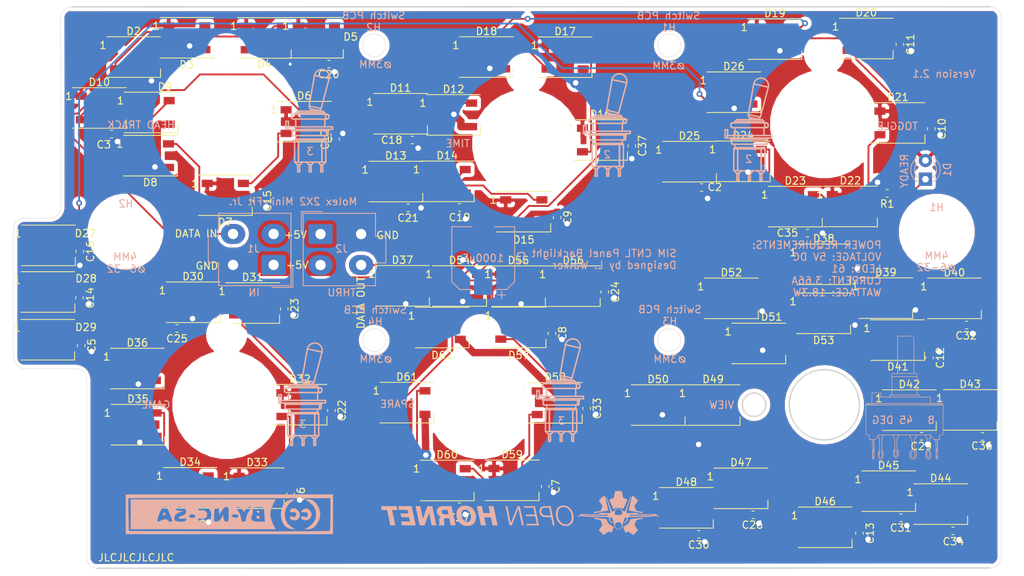
<source format=kicad_pcb>
(kicad_pcb (version 20171130) (host pcbnew "(5.1.12-1-10_14)")
  (layers (0 F.Cu signal) (31 B.Cu signal) (34 B.Paste user) (35 F.Paste user) (36 B.SilkS user) (37 F.SilkS user) (38 B.Mask user) (39 F.Mask user) (44 Edge.Cuts user))
  (net 0 "")
  (net 1 /LEDGND)
  (net 2 /LED+5V)
  (net 3 "Net-(D1-Pad1)")
  (net 4 "Net-(D2-Pad2)")
  (net 5 /DATAIN)
  (net 6 "Net-(D3-Pad2)")
  (net 7 "Net-(D4-Pad2)")
  (net 8 "Net-(D5-Pad2)")
  (net 9 "Net-(D6-Pad2)")
  (net 10 "Net-(D7-Pad2)")
  (net 11 "Net-(D8-Pad2)")
  (net 12 "Net-(D10-Pad4)")
  (net 13 "Net-(D10-Pad2)")
  (net 14 "Net-(D11-Pad2)")
  (net 15 "Net-(D12-Pad2)")
  (net 16 "Net-(D14-Pad2)")
  (net 17 "Net-(D15-Pad2)")
  (net 18 "Net-(D16-Pad2)")
  (net 19 "Net-(D17-Pad2)")
  (net 20 "Net-(D18-Pad2)")
  (net 21 "Net-(D19-Pad2)")
  (net 22 "Net-(D20-Pad2)")
  (net 23 "Net-(D21-Pad2)")
  (net 24 "Net-(D22-Pad2)")
  (net 25 "Net-(D23-Pad2)")
  (net 26 "Net-(D24-Pad2)")
  (net 27 "Net-(D26-Pad2)")
  (net 28 "Net-(D27-Pad2)")
  (net 29 "Net-(D28-Pad2)")
  (net 30 "Net-(D29-Pad2)")
  (net 31 "Net-(D30-Pad2)")
  (net 32 "Net-(D31-Pad2)")
  (net 33 "Net-(D32-Pad2)")
  (net 34 "Net-(D33-Pad2)")
  (net 35 "Net-(D34-Pad2)")
  (net 36 "Net-(D35-Pad2)")
  (net 37 "Net-(D36-Pad2)")
  (net 38 /DATAOUT)
  (net 39 "Net-(D38-Pad2)")
  (net 40 "Net-(D39-Pad2)")
  (net 41 "Net-(D40-Pad2)")
  (net 42 "Net-(D41-Pad2)")
  (net 43 "Net-(D42-Pad2)")
  (net 44 "Net-(D43-Pad2)")
  (net 45 "Net-(D44-Pad2)")
  (net 46 "Net-(D45-Pad2)")
  (net 47 "Net-(D46-Pad2)")
  (net 48 "Net-(D47-Pad2)")
  (net 49 "Net-(D48-Pad2)")
  (net 50 "Net-(D50-Pad2)")
  (net 51 "Net-(D51-Pad2)")
  (net 52 "Net-(D52-Pad2)")
  (net 53 "Net-(D53-Pad2)")
  (net 54 "Net-(D54-Pad2)")
  (net 55 "Net-(D55-Pad2)")
  (net 56 "Net-(D56-Pad2)")
  (net 57 "Net-(D57-Pad2)")
  (net 58 "Net-(D58-Pad2)")
  (net 59 "Net-(D59-Pad2)")
  (net 60 "Net-(D60-Pad2)")
  (net 61 "Net-(D61-Pad2)")
  (net 62 "Net-(D13-Pad2)")
  (net 63 "Net-(D25-Pad2)")
  (net 64 "Net-(D37-Pad2)")
  (net 65 "Net-(D49-Pad2)")
  (module Connector_Molex:Molex_Mini-Fit_Jr_5566-04A_2x02_P4.20mm_Vertical (layer B.Cu) (at 116.365 87.7926 90)
    (fp_text reference J1 (at 2.1926 -2.765) (layer B.SilkS) (effects (justify mirror)))
    (fp_text value Conn_01x04_Female)
    (pad 4 thru_hole oval (at 4.2 -5.5 90) (size 2.7 3.3) (drill 1.4) (layers *.Cu *.Mask) (net 5 /DATAIN))
    (pad 3 thru_hole oval (at 0 -5.5 90) (size 2.7 3.3) (drill 1.4) (layers *.Cu *.Mask) (net 1 /LEDGND))
    (pad 2 thru_hole oval (at 4.2 0 90) (size 2.7 3.3) (drill 1.4) (layers *.Cu *.Mask) (net 2 /LED+5V))
    (pad 1 thru_hole roundrect (at 0 0 90) (size 2.7 3.3) (drill 1.4) (layers *.Cu *.Mask) (roundrect_rratio 0.09259296296296296) (net 2 /LED+5V))
  )
  (module Connector_Molex:Molex_Mini-Fit_Jr_5566-04A_2x02_P4.20mm_Vertical (layer B.Cu) (at 122.725 83.6092 270)
    (fp_text reference J2 (at 1.9908 -2.875 180) (layer B.SilkS) (effects (justify mirror)))
    (fp_text value Conn_01x04_Female)
    (pad 4 thru_hole oval (at 4.2 -5.5 270) (size 2.7 3.3) (drill 1.4) (layers *.Cu *.Mask) (net 38 /DATAOUT))
    (pad 3 thru_hole oval (at 0 -5.5 270) (size 2.7 3.3) (drill 1.4) (layers *.Cu *.Mask) (net 1 /LEDGND))
    (pad 2 thru_hole oval (at 4.2 0 270) (size 2.7 3.3) (drill 1.4) (layers *.Cu *.Mask) (net 2 /LED+5V))
    (pad 1 thru_hole roundrect (at 0 0 270) (size 2.7 3.3) (drill 1.4) (layers *.Cu *.Mask) (roundrect_rratio 0.09259296296296296) (net 2 /LED+5V))
  )
  (module "OH_Backlighting:A12505RNZQ - SWITCH, ROTARY, 45 DEG" (layer B.Cu) (at 201.9 105.775 180)
    (fp_text reference G*** hide)
    (fp_text value LOGO hide)
  )
  (module Capacitor_SMD:C_0603_1608Metric (layer F.Cu) (at 174.3825 77.29)
    (fp_text reference C2 (at 1.7866 -0.048) (layer F.SilkS))
    (fp_text value C)
    (pad 2 smd roundrect (at 0.7875 0) (size 0.875 0.95) (layers F.Cu F.Paste F.Mask) (net 1 /LEDGND))
    (pad 1 smd roundrect (at -0.7875 0) (size 0.875 0.95) (layers F.Cu F.Paste F.Mask) (net 2 /LED+5V))
  )
  (module LED_SMD:LED_WS2812B_PLCC4_5.0x5.0mm_P3.2mm (layer F.Cu) (at 97.3836 59.5884)
    (fp_text reference D2 (at 0 -3.5) (layer F.SilkS))
    (fp_text value WS2812B)
    (fp_text user 1 (at -4.15 -1.6) (layer F.SilkS))
    (pad 1 smd rect (at -2.45 -1.6) (size 1.5 1) (layers F.Cu F.Paste F.Mask) (net 2 /LED+5V))
    (pad 2 smd rect (at -2.45 1.6) (size 1.5 1) (layers F.Cu F.Paste F.Mask) (net 4 "Net-(D2-Pad2)"))
    (pad 4 smd rect (at 2.45 -1.6) (size 1.5 1) (layers F.Cu F.Paste F.Mask) (net 5 /DATAIN))
    (pad 3 smd rect (at 2.45 1.6) (size 1.5 1) (layers F.Cu F.Paste F.Mask) (net 1 /LEDGND))
  )
  (module LED_THT:LED_D3.0mm (layer B.Cu) (at 204.725 76.165 90)
    (fp_text reference D1 (at 1.27 2.96 90) (layer B.SilkS) (effects (justify mirror)))
    (fp_text value LED)
    (pad 2 thru_hole circle (at 2.54 0 90) (size 1.8 1.8) (drill 0.9) (layers *.Cu *.Mask) (net 2 /LED+5V))
    (pad 1 thru_hole rect (at 0 0 90) (size 1.8 1.8) (drill 0.9) (layers *.Cu *.Mask) (net 3 "Net-(D1-Pad1)"))
  )
  (module Capacitor_SMD:C_0603_1608Metric (layer F.Cu) (at 204.2125 111.05)
    (fp_text reference C29 (at -0.0625 1.35) (layer F.SilkS))
    (fp_text value C)
    (pad 2 smd roundrect (at 0.7875 0) (size 0.875 0.95) (layers F.Cu F.Paste F.Mask) (net 1 /LEDGND))
    (pad 1 smd roundrect (at -0.7875 0) (size 0.875 0.95) (layers F.Cu F.Paste F.Mask) (net 2 /LED+5V))
  )
  (module Capacitor_SMD:C_0603_1608Metric (layer F.Cu) (at 135.1625 70.85)
    (fp_text reference C18 (at -2.7875 0) (layer F.SilkS))
    (fp_text value C)
    (pad 2 smd roundrect (at 0.7875 0) (size 0.875 0.95) (layers F.Cu F.Paste F.Mask) (net 1 /LEDGND))
    (pad 1 smd roundrect (at -0.7875 0) (size 0.875 0.95) (layers F.Cu F.Paste F.Mask) (net 2 /LED+5V))
  )
  (module Capacitor_SMD:C_0603_1608Metric (layer F.Cu) (at 124.77 70.7175 90)
    (fp_text reference C17 (at 0 -1.43 90) (layer F.SilkS))
    (fp_text value C)
    (pad 2 smd roundrect (at 0.7875 0 90) (size 0.875 0.95) (layers F.Cu F.Paste F.Mask) (net 1 /LEDGND))
    (pad 1 smd roundrect (at -0.7875 0 90) (size 0.875 0.95) (layers F.Cu F.Paste F.Mask) (net 2 /LED+5V))
  )
  (module Capacitor_SMD:C_0603_1608Metric (layer F.Cu) (at 164.925 71.6375 270)
    (fp_text reference C37 (at 0 -1.43 90) (layer F.SilkS))
    (fp_text value C)
    (pad 2 smd roundrect (at 0.7875 0 270) (size 0.875 0.95) (layers F.Cu F.Paste F.Mask) (net 1 /LEDGND))
    (pad 1 smd roundrect (at -0.7875 0 270) (size 0.875 0.95) (layers F.Cu F.Paste F.Mask) (net 2 /LED+5V))
  )
  (module Capacitor_SMD:C_0603_1608Metric (layer F.Cu) (at 212.4875 111.075)
    (fp_text reference C36 (at -0.0875 1.275) (layer F.SilkS))
    (fp_text value C)
    (pad 2 smd roundrect (at 0.7875 0) (size 0.875 0.95) (layers F.Cu F.Paste F.Mask) (net 1 /LEDGND))
    (pad 1 smd roundrect (at -0.7875 0) (size 0.875 0.95) (layers F.Cu F.Paste F.Mask) (net 2 /LED+5V))
  )
  (module Capacitor_SMD:C_0603_1608Metric (layer F.Cu) (at 188.7375 83.475)
    (fp_text reference C35 (at -2.7125 -0.025) (layer F.SilkS))
    (fp_text value C)
    (pad 2 smd roundrect (at 0.7875 0) (size 0.875 0.95) (layers F.Cu F.Paste F.Mask) (net 1 /LEDGND))
    (pad 1 smd roundrect (at -0.7875 0) (size 0.875 0.95) (layers F.Cu F.Paste F.Mask) (net 2 /LED+5V))
  )
  (module Capacitor_SMD:C_0603_1608Metric (layer F.Cu) (at 208.4625 123.875)
    (fp_text reference C34 (at 0.0625 1.45) (layer F.SilkS))
    (fp_text value C)
    (pad 2 smd roundrect (at 0.7875 0) (size 0.875 0.95) (layers F.Cu F.Paste F.Mask) (net 1 /LEDGND))
    (pad 1 smd roundrect (at -0.7875 0) (size 0.875 0.95) (layers F.Cu F.Paste F.Mask) (net 2 /LED+5V))
  )
  (module Capacitor_SMD:C_0603_1608Metric (layer F.Cu) (at 158.8 107.2625 270)
    (fp_text reference C33 (at 0 -1.43 90) (layer F.SilkS))
    (fp_text value C)
    (pad 2 smd roundrect (at 0.7875 0 270) (size 0.875 0.95) (layers F.Cu F.Paste F.Mask) (net 1 /LEDGND))
    (pad 1 smd roundrect (at -0.7875 0 270) (size 0.875 0.95) (layers F.Cu F.Paste F.Mask) (net 2 /LED+5V))
  )
  (module Capacitor_SMD:C_0603_1608Metric (layer F.Cu) (at 210.3125 95.95)
    (fp_text reference C32 (at -0.0625 1.45) (layer F.SilkS))
    (fp_text value C)
    (pad 2 smd roundrect (at 0.7875 0) (size 0.875 0.95) (layers F.Cu F.Paste F.Mask) (net 1 /LEDGND))
    (pad 1 smd roundrect (at -0.7875 0) (size 0.875 0.95) (layers F.Cu F.Paste F.Mask) (net 2 /LED+5V))
  )
  (module Capacitor_SMD:C_0603_1608Metric (layer F.Cu) (at 201.4125 122.1)
    (fp_text reference C31 (at -0.0375 1.375) (layer F.SilkS))
    (fp_text value C)
    (pad 2 smd roundrect (at 0.7875 0) (size 0.875 0.95) (layers F.Cu F.Paste F.Mask) (net 1 /LEDGND))
    (pad 1 smd roundrect (at -0.7875 0) (size 0.875 0.95) (layers F.Cu F.Paste F.Mask) (net 2 /LED+5V))
  )
  (module Capacitor_SMD:C_0603_1608Metric (layer F.Cu) (at 174.0125 124.35)
    (fp_text reference C30 (at -0.0125 1.425) (layer F.SilkS))
    (fp_text value C)
    (pad 2 smd roundrect (at 0.7875 0) (size 0.875 0.95) (layers F.Cu F.Paste F.Mask) (net 1 /LEDGND))
    (pad 1 smd roundrect (at -0.7875 0) (size 0.875 0.95) (layers F.Cu F.Paste F.Mask) (net 2 /LED+5V))
  )
  (module Capacitor_SMD:C_0603_1608Metric (layer F.Cu) (at 106.75 121.65)
    (fp_text reference C28 (at 0 1.325) (layer F.SilkS))
    (fp_text value C)
    (pad 2 smd roundrect (at 0.7875 0) (size 0.875 0.95) (layers F.Cu F.Paste F.Mask) (net 1 /LEDGND))
    (pad 1 smd roundrect (at -0.7875 0) (size 0.875 0.95) (layers F.Cu F.Paste F.Mask) (net 2 /LED+5V))
  )
  (module Capacitor_SMD:C_0603_1608Metric (layer F.Cu) (at 141.5625 120.6)
    (fp_text reference C27 (at -0.0625 1.475) (layer F.SilkS))
    (fp_text value C)
    (pad 2 smd roundrect (at 0.7875 0) (size 0.875 0.95) (layers F.Cu F.Paste F.Mask) (net 1 /LEDGND))
    (pad 1 smd roundrect (at -0.7875 0) (size 0.875 0.95) (layers F.Cu F.Paste F.Mask) (net 2 /LED+5V))
  )
  (module Capacitor_SMD:C_0603_1608Metric (layer F.Cu) (at 181.3625 121.7)
    (fp_text reference C26 (at -0.0875 1.375) (layer F.SilkS))
    (fp_text value C)
    (pad 2 smd roundrect (at 0.7875 0) (size 0.875 0.95) (layers F.Cu F.Paste F.Mask) (net 1 /LEDGND))
    (pad 1 smd roundrect (at -0.7875 0) (size 0.875 0.95) (layers F.Cu F.Paste F.Mask) (net 2 /LED+5V))
  )
  (module Capacitor_SMD:C_0603_1608Metric (layer F.Cu) (at 103.2625 96.4)
    (fp_text reference C25 (at 0 1.4) (layer F.SilkS))
    (fp_text value C)
    (pad 2 smd roundrect (at 0.7875 0) (size 0.875 0.95) (layers F.Cu F.Paste F.Mask) (net 1 /LEDGND))
    (pad 1 smd roundrect (at -0.7875 0) (size 0.875 0.95) (layers F.Cu F.Paste F.Mask) (net 2 /LED+5V))
  )
  (module Capacitor_SMD:C_0603_1608Metric (layer F.Cu) (at 161.25 91.4625 270)
    (fp_text reference C24 (at 0 -1.43 90) (layer F.SilkS))
    (fp_text value C)
    (pad 2 smd roundrect (at 0.7875 0 270) (size 0.875 0.95) (layers F.Cu F.Paste F.Mask) (net 1 /LEDGND))
    (pad 1 smd roundrect (at -0.7875 0 270) (size 0.875 0.95) (layers F.Cu F.Paste F.Mask) (net 2 /LED+5V))
  )
  (module Capacitor_SMD:C_0603_1608Metric (layer F.Cu) (at 117.8 93.7625 270)
    (fp_text reference C23 (at 0 -1.43 90) (layer F.SilkS))
    (fp_text value C)
    (pad 2 smd roundrect (at 0.7875 0 270) (size 0.875 0.95) (layers F.Cu F.Paste F.Mask) (net 1 /LEDGND))
    (pad 1 smd roundrect (at -0.7875 0 270) (size 0.875 0.95) (layers F.Cu F.Paste F.Mask) (net 2 /LED+5V))
  )
  (module Capacitor_SMD:C_0603_1608Metric (layer F.Cu) (at 124.2 107.55 270)
    (fp_text reference C22 (at 0 -1.43 90) (layer F.SilkS))
    (fp_text value C)
    (pad 2 smd roundrect (at 0.7875 0 270) (size 0.875 0.95) (layers F.Cu F.Paste F.Mask) (net 1 /LEDGND))
    (pad 1 smd roundrect (at -0.7875 0 270) (size 0.875 0.95) (layers F.Cu F.Paste F.Mask) (net 2 /LED+5V))
  )
  (module Capacitor_SMD:C_0603_1608Metric (layer F.Cu) (at 134.6125 80.05)
    (fp_text reference C21 (at -0.0125 1.375) (layer F.SilkS))
    (fp_text value C)
    (pad 2 smd roundrect (at 0.7875 0) (size 0.875 0.95) (layers F.Cu F.Paste F.Mask) (net 1 /LEDGND))
    (pad 1 smd roundrect (at -0.7875 0) (size 0.875 0.95) (layers F.Cu F.Paste F.Mask) (net 2 /LED+5V))
  )
  (module Capacitor_SMD:C_0603_1608Metric (layer F.Cu) (at 123.8625 60.55)
    (fp_text reference C20 (at -0.0375 1.4) (layer F.SilkS))
    (fp_text value C)
    (pad 2 smd roundrect (at 0.7875 0) (size 0.875 0.95) (layers F.Cu F.Paste F.Mask) (net 1 /LEDGND))
    (pad 1 smd roundrect (at -0.7875 0) (size 0.875 0.95) (layers F.Cu F.Paste F.Mask) (net 2 /LED+5V))
  )
  (module Capacitor_SMD:C_0603_1608Metric (layer F.Cu) (at 141.5625 80)
    (fp_text reference C19 (at 0 1.35) (layer F.SilkS))
    (fp_text value C)
    (pad 2 smd roundrect (at 0.7875 0) (size 0.875 0.95) (layers F.Cu F.Paste F.Mask) (net 1 /LEDGND))
    (pad 1 smd roundrect (at -0.7875 0) (size 0.875 0.95) (layers F.Cu F.Paste F.Mask) (net 2 /LED+5V))
  )
  (module Capacitor_SMD:C_0603_1608Metric (layer F.Cu) (at 90.1 85.9625 270)
    (fp_text reference C16 (at 0 -1.43 90) (layer F.SilkS))
    (fp_text value C)
    (pad 2 smd roundrect (at 0.7875 0 270) (size 0.875 0.95) (layers F.Cu F.Paste F.Mask) (net 1 /LEDGND))
    (pad 1 smd roundrect (at -0.7875 0 270) (size 0.875 0.95) (layers F.Cu F.Paste F.Mask) (net 2 /LED+5V))
  )
  (module Capacitor_SMD:C_0603_1608Metric (layer F.Cu) (at 114.1 79.1125 270)
    (fp_text reference C15 (at 0 -1.43 90) (layer F.SilkS))
    (fp_text value C)
    (pad 2 smd roundrect (at 0.7875 0 270) (size 0.875 0.95) (layers F.Cu F.Paste F.Mask) (net 1 /LEDGND))
    (pad 1 smd roundrect (at -0.7875 0 270) (size 0.875 0.95) (layers F.Cu F.Paste F.Mask) (net 2 /LED+5V))
  )
  (module Capacitor_SMD:C_0603_1608Metric (layer F.Cu) (at 90.05 92.2625 270)
    (fp_text reference C14 (at 0 -1.43 90) (layer F.SilkS))
    (fp_text value C)
    (pad 2 smd roundrect (at 0.7875 0 270) (size 0.875 0.95) (layers F.Cu F.Paste F.Mask) (net 1 /LEDGND))
    (pad 1 smd roundrect (at -0.7875 0 270) (size 0.875 0.95) (layers F.Cu F.Paste F.Mask) (net 2 /LED+5V))
  )
  (module OH_Backlighting:OH_Panel_6-32_PHS (layer F.Cu) (at 96.280995 83.275097)
    (fp_text reference 7 hide)
    (fp_text value OH_Panel_Fastner_Keepout hide)
    (fp_text user 4MM (at -0.042935 3.410023 180) (layer B.SilkS) (effects (justify mirror)))
    (fp_text user H2 (at 0.058665 -3.785797) (layer B.SilkS) (effects (justify mirror)))
    (fp_text user ⌀6-32 (at 0.114545 5.058483) (layer B.SilkS) (effects (justify mirror)))
    (pad "" np_thru_hole circle (at 0 0) (size 4.3 4.3) (drill 4.3) (layers *.Cu *.Mask) (clearance 3))
  )
  (module OH_Backlighting:OH_Panel_6-32_PHS (layer F.Cu) (at 206.262994 83.275097)
    (fp_text reference 6 hide)
    (fp_text value OH_Panel_Fastner_Keepout hide)
    (fp_text user 4MM (at -0.020074 3.272863 180) (layer B.SilkS) (effects (justify mirror)))
    (fp_text user H1 (at -0.020074 -3.287957) (layer B.SilkS) (effects (justify mirror)))
    (fp_text user ⌀6-32 (at -0.058174 4.852743) (layer B.SilkS) (effects (justify mirror)))
    (pad "" np_thru_hole circle (at 0 0) (size 4.3 4.3) (drill 4.3) (layers *.Cu *.Mask) (clearance 3))
  )
  (module OH_Backlighting:100SPX_Toggle_13mm_x_18mm (layer F.Cu) (at 144.436009 106.770097 180)
    (fp_text reference 5 hide)
    (fp_text value 100SPX_Toggle_13mm_x_18mm hide)
    (pad "" np_thru_hole circle (at 0 0 180) (size 12.7 12.7) (drill 12.7) (layers *.Mask B.Cu) (clearance 3.65))
    (pad "" np_thru_hole circle (at 0 0 180) (size 12.7 12.7) (drill 12.7) (layers *.Mask F.Cu) (clearance 1))
    (pad "" np_thru_hole circle (at 0 9.525 180) (size 3.572 3.572) (drill 3.572) (layers *.Cu *.Mask) (clearance 1))
  )
  (module OH_Backlighting:100SPX_Toggle_13mm_x_18mm (layer F.Cu) (at 109.996995 106.770097 180)
    (fp_text reference 4 hide)
    (fp_text value 100SPX_Toggle_13mm_x_18mm hide)
    (pad "" np_thru_hole circle (at 0 0 180) (size 12.7 12.7) (drill 12.7) (layers *.Mask B.Cu) (clearance 3.65))
    (pad "" np_thru_hole circle (at 0 0 180) (size 12.7 12.7) (drill 12.7) (layers *.Mask F.Cu) (clearance 1))
    (pad "" np_thru_hole circle (at 0 9.525 180) (size 3.572 3.572) (drill 3.572) (layers *.Cu *.Mask) (clearance 1))
  )
  (module OH_Backlighting:100SPX_Toggle_13mm_x_18mm (layer F.Cu) (at 191.022995 68.670097 180)
    (fp_text reference 3 hide)
    (fp_text value 100SPX_Toggle_13mm_x_18mm hide)
    (pad "" np_thru_hole circle (at 0 0 180) (size 12.7 12.7) (drill 12.7) (layers *.Mask B.Cu) (clearance 3.65))
    (pad "" np_thru_hole circle (at 0 0 180) (size 12.7 12.7) (drill 12.7) (layers *.Mask F.Cu) (clearance 1))
    (pad "" np_thru_hole circle (at 0 9.525 180) (size 3.572 3.572) (drill 3.572) (layers *.Cu *.Mask) (clearance 1))
  )
  (module OH_Backlighting:100SPX_Toggle_13mm_x_18mm (layer F.Cu) (at 150.636995 71.337097 180)
    (fp_text reference 2 hide)
    (fp_text value 100SPX_Toggle_13mm_x_18mm hide)
    (pad "" np_thru_hole circle (at 0 0 180) (size 12.7 12.7) (drill 12.7) (layers *.Mask B.Cu) (clearance 3.65))
    (pad "" np_thru_hole circle (at 0 0 180) (size 12.7 12.7) (drill 12.7) (layers *.Mask F.Cu) (clearance 1))
    (pad "" np_thru_hole circle (at 0 9.525 180) (size 3.572 3.572) (drill 3.572) (layers *.Cu *.Mask) (clearance 1))
  )
  (module OH_Backlighting:100SPX_Toggle_13mm_x_18mm (layer F.Cu) (at 109.996995 68.670097 180)
    (fp_text reference 1 hide)
    (fp_text value 100SPX_Toggle_13mm_x_18mm hide)
    (pad "" np_thru_hole circle (at 0 0 180) (size 12.7 12.7) (drill 12.7) (layers *.Mask B.Cu) (clearance 3.65))
    (pad "" np_thru_hole circle (at 0 0 180) (size 12.7 12.7) (drill 12.7) (layers *.Mask F.Cu) (clearance 1))
    (pad "" np_thru_hole circle (at 0 9.525 180) (size 3.572 3.572) (drill 3.572) (layers *.Cu *.Mask) (clearance 1))
  )
  (module OH_General:CC-BY-NC-SA-Small (layer B.Cu) (at 110.45 121.625 180)
    (fp_text reference G*** hide)
    (fp_text value LOGO hide)
  )
  (module OH_General:OH_LOGO_37.7mm_5.9mm (layer B.Cu) (at 149.775 121.45 180)
    (fp_text reference G*** hide)
    (fp_text value LOGO hide)
  )
  (module Resistor_SMD:R_0603_1608Metric (layer F.Cu) (at 199.542 78.0796 180)
    (fp_text reference R1 (at 0 -1.43) (layer F.SilkS))
    (fp_text value R)
    (pad 2 smd roundrect (at 0.7875 0 180) (size 0.875 0.95) (layers F.Cu F.Paste F.Mask) (net 1 /LEDGND))
    (pad 1 smd roundrect (at -0.7875 0 180) (size 0.875 0.95) (layers F.Cu F.Paste F.Mask) (net 3 "Net-(D1-Pad1)"))
  )
  (module Capacitor_SMD:C_0603_1608Metric (layer F.Cu) (at 195.783 124.191 270)
    (fp_text reference C13 (at 0 -1.43 90) (layer F.SilkS))
    (fp_text value C)
    (pad 2 smd roundrect (at 0.7875 0 270) (size 0.875 0.95) (layers F.Cu F.Paste F.Mask) (net 1 /LEDGND))
    (pad 1 smd roundrect (at -0.7875 0 270) (size 0.875 0.95) (layers F.Cu F.Paste F.Mask) (net 2 /LED+5V))
  )
  (module Capacitor_SMD:C_0603_1608Metric (layer F.Cu) (at 205.275 100.3875 90)
    (fp_text reference C12 (at -0.0125 1.45 90) (layer F.SilkS))
    (fp_text value C)
    (pad 2 smd roundrect (at 0.7875 0 90) (size 0.875 0.95) (layers F.Cu F.Paste F.Mask) (net 1 /LEDGND))
    (pad 1 smd roundrect (at -0.7875 0 90) (size 0.875 0.95) (layers F.Cu F.Paste F.Mask) (net 2 /LED+5V))
  )
  (module Capacitor_SMD:C_0603_1608Metric (layer F.Cu) (at 201.267 57.8763 270)
    (fp_text reference C11 (at 0 -1.43 90) (layer F.SilkS))
    (fp_text value C)
    (pad 2 smd roundrect (at 0.7875 0 270) (size 0.875 0.95) (layers F.Cu F.Paste F.Mask) (net 1 /LEDGND))
    (pad 1 smd roundrect (at -0.7875 0 270) (size 0.875 0.95) (layers F.Cu F.Paste F.Mask) (net 2 /LED+5V))
  )
  (module Capacitor_SMD:C_0603_1608Metric (layer F.Cu) (at 205.519 69.3292 270)
    (fp_text reference C10 (at 0 -1.43 90) (layer F.SilkS))
    (fp_text value C)
    (pad 2 smd roundrect (at 0.7875 0 270) (size 0.875 0.95) (layers F.Cu F.Paste F.Mask) (net 1 /LEDGND))
    (pad 1 smd roundrect (at -0.7875 0 270) (size 0.875 0.95) (layers F.Cu F.Paste F.Mask) (net 2 /LED+5V))
  )
  (module Capacitor_SMD:C_0603_1608Metric (layer F.Cu) (at 154.795 81.379 270)
    (fp_text reference C9 (at 0 -1.43 90) (layer F.SilkS))
    (fp_text value C)
    (pad 2 smd roundrect (at 0.7875 0 270) (size 0.875 0.95) (layers F.Cu F.Paste F.Mask) (net 1 /LEDGND))
    (pad 1 smd roundrect (at -0.7875 0 270) (size 0.875 0.95) (layers F.Cu F.Paste F.Mask) (net 2 /LED+5V))
  )
  (module Capacitor_SMD:C_0603_1608Metric (layer F.Cu) (at 154.104 97.084 270)
    (fp_text reference C8 (at 0 -1.43 90) (layer F.SilkS))
    (fp_text value C)
    (pad 2 smd roundrect (at 0.7875 0 270) (size 0.875 0.95) (layers F.Cu F.Paste F.Mask) (net 1 /LEDGND))
    (pad 1 smd roundrect (at -0.7875 0 270) (size 0.875 0.95) (layers F.Cu F.Paste F.Mask) (net 2 /LED+5V))
  )
  (module Capacitor_SMD:C_0603_1608Metric (layer F.Cu) (at 153.19 117.848 270)
    (fp_text reference C7 (at 0 -1.43 90) (layer F.SilkS))
    (fp_text value C)
    (pad 2 smd roundrect (at 0.7875 0 270) (size 0.875 0.95) (layers F.Cu F.Paste F.Mask) (net 1 /LEDGND))
    (pad 1 smd roundrect (at -0.7875 0 270) (size 0.875 0.95) (layers F.Cu F.Paste F.Mask) (net 2 /LED+5V))
  )
  (module Capacitor_SMD:C_0603_1608Metric (layer F.Cu) (at 118.656 118.895 270)
    (fp_text reference C6 (at 0 -1.43 90) (layer F.SilkS))
    (fp_text value C)
    (pad 2 smd roundrect (at 0.7875 0 270) (size 0.875 0.95) (layers F.Cu F.Paste F.Mask) (net 1 /LEDGND))
    (pad 1 smd roundrect (at -0.7875 0 270) (size 0.875 0.95) (layers F.Cu F.Paste F.Mask) (net 2 /LED+5V))
  )
  (module Capacitor_SMD:C_0603_1608Metric (layer F.Cu) (at 90.2792 98.7501 270)
    (fp_text reference C5 (at 0 -1.43 90) (layer F.SilkS))
    (fp_text value C)
    (pad 2 smd roundrect (at 0.7875 0 270) (size 0.875 0.95) (layers F.Cu F.Paste F.Mask) (net 1 /LEDGND))
    (pad 1 smd roundrect (at -0.7875 0 270) (size 0.875 0.95) (layers F.Cu F.Paste F.Mask) (net 2 /LED+5V))
  )
  (module Capacitor_SMD:C_0603_1608Metric (layer F.Cu) (at 94.4 70.05)
    (fp_text reference C3 (at -1.05 1.425) (layer F.SilkS))
    (fp_text value C)
    (pad 2 smd roundrect (at 0.7875 0) (size 0.875 0.95) (layers F.Cu F.Paste F.Mask) (net 1 /LEDGND))
    (pad 1 smd roundrect (at -0.7875 0) (size 0.875 0.95) (layers F.Cu F.Paste F.Mask) (net 2 /LED+5V))
  )
  (module "Kicad Footprint Files:100SpxToggle" (layer F.Cu) (at 181.381 70.739)
    (fp_text reference G3 hide)
    (fp_text value LOGO hide)
  )
  (module "Kicad Footprint Files:100SpxToggle" (layer F.Cu) (at 155.854 106.121)
    (fp_text reference G5 hide)
    (fp_text value LOGO hide)
  )
  (module "Kicad Footprint Files:100SpxToggle" (layer F.Cu) (at 120.879 106.68)
    (fp_text reference G4 hide)
    (fp_text value LOGO hide)
  )
  (module "Kicad Footprint Files:100SpxToggle" (layer F.Cu) (at 162.179 70.1548)
    (fp_text reference G2 hide)
    (fp_text value LOGO hide)
  )
  (module "Kicad Footprint Files:100SpxToggle" (layer F.Cu) (at 121.844 69.5706)
    (fp_text reference G1 hide)
    (fp_text value LOGO hide)
  )
  (module LED_SMD:LED_WS2812B_PLCC4_5.0x5.0mm_P3.2mm (layer F.Cu) (at 139.217 96.2914)
    (fp_text reference D62 (at -0.025 3.7592) (layer F.SilkS))
    (fp_text value WS2812B)
    (fp_text user 1 (at -4.15 -1.6) (layer F.SilkS))
    (pad 1 smd rect (at -2.45 -1.6) (size 1.5 1) (layers F.Cu F.Paste F.Mask) (net 2 /LED+5V))
    (pad 2 smd rect (at -2.45 1.6) (size 1.5 1) (layers F.Cu F.Paste F.Mask) (net 38 /DATAOUT))
    (pad 4 smd rect (at 2.45 -1.6) (size 1.5 1) (layers F.Cu F.Paste F.Mask) (net 61 "Net-(D61-Pad2)"))
    (pad 3 smd rect (at 2.45 1.6) (size 1.5 1) (layers F.Cu F.Paste F.Mask) (net 1 /LEDGND))
  )
  (module LED_SMD:LED_WS2812B_PLCC4_5.0x5.0mm_P3.2mm (layer F.Cu) (at 134.431 106.477)
    (fp_text reference D61 (at 0 -3.5) (layer F.SilkS))
    (fp_text value WS2812B)
    (fp_text user 1 (at -4.15 -1.6) (layer F.SilkS))
    (pad 1 smd rect (at -2.45 -1.6) (size 1.5 1) (layers F.Cu F.Paste F.Mask) (net 2 /LED+5V))
    (pad 2 smd rect (at -2.45 1.6) (size 1.5 1) (layers F.Cu F.Paste F.Mask) (net 61 "Net-(D61-Pad2)"))
    (pad 4 smd rect (at 2.45 -1.6) (size 1.5 1) (layers F.Cu F.Paste F.Mask) (net 60 "Net-(D60-Pad2)"))
    (pad 3 smd rect (at 2.45 1.6) (size 1.5 1) (layers F.Cu F.Paste F.Mask) (net 1 /LEDGND))
  )
  (module LED_SMD:LED_WS2812B_PLCC4_5.0x5.0mm_P3.2mm (layer F.Cu) (at 139.892 117.043)
    (fp_text reference D60 (at 0 -3.5) (layer F.SilkS))
    (fp_text value WS2812B)
    (fp_text user 1 (at -4.15 -1.6) (layer F.SilkS))
    (pad 1 smd rect (at -2.45 -1.6) (size 1.5 1) (layers F.Cu F.Paste F.Mask) (net 2 /LED+5V))
    (pad 2 smd rect (at -2.45 1.6) (size 1.5 1) (layers F.Cu F.Paste F.Mask) (net 60 "Net-(D60-Pad2)"))
    (pad 4 smd rect (at 2.45 -1.6) (size 1.5 1) (layers F.Cu F.Paste F.Mask) (net 59 "Net-(D59-Pad2)"))
    (pad 3 smd rect (at 2.45 1.6) (size 1.5 1) (layers F.Cu F.Paste F.Mask) (net 1 /LEDGND))
  )
  (module LED_SMD:LED_WS2812B_PLCC4_5.0x5.0mm_P3.2mm (layer F.Cu) (at 148.692 117.018)
    (fp_text reference D59 (at 0 -3.5) (layer F.SilkS))
    (fp_text value WS2812B)
    (fp_text user 1 (at -4.15 -1.6) (layer F.SilkS))
    (pad 1 smd rect (at -2.45 -1.6) (size 1.5 1) (layers F.Cu F.Paste F.Mask) (net 2 /LED+5V))
    (pad 2 smd rect (at -2.45 1.6) (size 1.5 1) (layers F.Cu F.Paste F.Mask) (net 59 "Net-(D59-Pad2)"))
    (pad 4 smd rect (at 2.45 -1.6) (size 1.5 1) (layers F.Cu F.Paste F.Mask) (net 58 "Net-(D58-Pad2)"))
    (pad 3 smd rect (at 2.45 1.6) (size 1.5 1) (layers F.Cu F.Paste F.Mask) (net 1 /LEDGND))
  )
  (module LED_SMD:LED_WS2812B_PLCC4_5.0x5.0mm_P3.2mm (layer F.Cu) (at 154.547 106.502)
    (fp_text reference D58 (at 0 -3.5) (layer F.SilkS))
    (fp_text value WS2812B)
    (fp_text user 1 (at -4.15 -1.6) (layer F.SilkS))
    (pad 1 smd rect (at -2.45 -1.6) (size 1.5 1) (layers F.Cu F.Paste F.Mask) (net 2 /LED+5V))
    (pad 2 smd rect (at -2.45 1.6) (size 1.5 1) (layers F.Cu F.Paste F.Mask) (net 58 "Net-(D58-Pad2)"))
    (pad 4 smd rect (at 2.45 -1.6) (size 1.5 1) (layers F.Cu F.Paste F.Mask) (net 57 "Net-(D57-Pad2)"))
    (pad 3 smd rect (at 2.45 1.6) (size 1.5 1) (layers F.Cu F.Paste F.Mask) (net 1 /LEDGND))
  )
  (module LED_SMD:LED_WS2812B_PLCC4_5.0x5.0mm_P3.2mm (layer F.Cu) (at 149.62 96.2658)
    (fp_text reference D57 (at -0.014 3.7848) (layer F.SilkS))
    (fp_text value WS2812B)
    (fp_text user 1 (at -4.15 -1.6) (layer F.SilkS))
    (pad 1 smd rect (at -2.45 -1.6) (size 1.5 1) (layers F.Cu F.Paste F.Mask) (net 2 /LED+5V))
    (pad 2 smd rect (at -2.45 1.6) (size 1.5 1) (layers F.Cu F.Paste F.Mask) (net 57 "Net-(D57-Pad2)"))
    (pad 4 smd rect (at 2.45 -1.6) (size 1.5 1) (layers F.Cu F.Paste F.Mask) (net 56 "Net-(D56-Pad2)"))
    (pad 3 smd rect (at 2.45 1.6) (size 1.5 1) (layers F.Cu F.Paste F.Mask) (net 1 /LEDGND))
  )
  (module LED_SMD:LED_WS2812B_PLCC4_5.0x5.0mm_P3.2mm (layer F.Cu) (at 156.986 90.6778)
    (fp_text reference D56 (at 0 -3.5) (layer F.SilkS))
    (fp_text value WS2812B)
    (fp_text user 1 (at -4.15 -1.6) (layer F.SilkS))
    (pad 1 smd rect (at -2.45 -1.6) (size 1.5 1) (layers F.Cu F.Paste F.Mask) (net 2 /LED+5V))
    (pad 2 smd rect (at -2.45 1.6) (size 1.5 1) (layers F.Cu F.Paste F.Mask) (net 56 "Net-(D56-Pad2)"))
    (pad 4 smd rect (at 2.45 -1.6) (size 1.5 1) (layers F.Cu F.Paste F.Mask) (net 55 "Net-(D55-Pad2)"))
    (pad 3 smd rect (at 2.45 1.6) (size 1.5 1) (layers F.Cu F.Paste F.Mask) (net 1 /LEDGND))
  )
  (module LED_SMD:LED_WS2812B_PLCC4_5.0x5.0mm_P3.2mm (layer F.Cu) (at 149.555 90.678)
    (fp_text reference D55 (at 0 -3.5) (layer F.SilkS))
    (fp_text value WS2812B)
    (fp_text user 1 (at -4.15 -1.6) (layer F.SilkS))
    (pad 1 smd rect (at -2.45 -1.6) (size 1.5 1) (layers F.Cu F.Paste F.Mask) (net 2 /LED+5V))
    (pad 2 smd rect (at -2.45 1.6) (size 1.5 1) (layers F.Cu F.Paste F.Mask) (net 55 "Net-(D55-Pad2)"))
    (pad 4 smd rect (at 2.45 -1.6) (size 1.5 1) (layers F.Cu F.Paste F.Mask) (net 54 "Net-(D54-Pad2)"))
    (pad 3 smd rect (at 2.45 1.6) (size 1.5 1) (layers F.Cu F.Paste F.Mask) (net 1 /LEDGND))
  )
  (module LED_SMD:LED_WS2812B_PLCC4_5.0x5.0mm_P3.2mm (layer F.Cu) (at 141.568 90.6528)
    (fp_text reference D54 (at 0 -3.5) (layer F.SilkS))
    (fp_text value WS2812B)
    (fp_text user 1 (at -4.15 -1.6) (layer F.SilkS))
    (pad 1 smd rect (at -2.45 -1.6) (size 1.5 1) (layers F.Cu F.Paste F.Mask) (net 2 /LED+5V))
    (pad 2 smd rect (at -2.45 1.6) (size 1.5 1) (layers F.Cu F.Paste F.Mask) (net 54 "Net-(D54-Pad2)"))
    (pad 4 smd rect (at 2.45 -1.6) (size 1.5 1) (layers F.Cu F.Paste F.Mask) (net 53 "Net-(D53-Pad2)"))
    (pad 3 smd rect (at 2.45 1.6) (size 1.5 1) (layers F.Cu F.Paste F.Mask) (net 1 /LEDGND))
  )
  (module LED_SMD:LED_WS2812B_PLCC4_5.0x5.0mm_P3.2mm (layer F.Cu) (at 190.932 94.361)
    (fp_text reference D53 (at -0.0002 3.6576) (layer F.SilkS))
    (fp_text value WS2812B)
    (fp_text user 1 (at -4.15 -1.6) (layer F.SilkS))
    (pad 1 smd rect (at -2.45 -1.6) (size 1.5 1) (layers F.Cu F.Paste F.Mask) (net 2 /LED+5V))
    (pad 2 smd rect (at -2.45 1.6) (size 1.5 1) (layers F.Cu F.Paste F.Mask) (net 53 "Net-(D53-Pad2)"))
    (pad 4 smd rect (at 2.45 -1.6) (size 1.5 1) (layers F.Cu F.Paste F.Mask) (net 52 "Net-(D52-Pad2)"))
    (pad 3 smd rect (at 2.45 1.6) (size 1.5 1) (layers F.Cu F.Paste F.Mask) (net 1 /LEDGND))
  )
  (module LED_SMD:LED_WS2812B_PLCC4_5.0x5.0mm_P3.2mm (layer F.Cu) (at 178.423 92.3288)
    (fp_text reference D52 (at 0 -3.5) (layer F.SilkS))
    (fp_text value WS2812B)
    (fp_text user 1 (at -4.15 -1.6) (layer F.SilkS))
    (pad 1 smd rect (at -2.45 -1.6) (size 1.5 1) (layers F.Cu F.Paste F.Mask) (net 2 /LED+5V))
    (pad 2 smd rect (at -2.45 1.6) (size 1.5 1) (layers F.Cu F.Paste F.Mask) (net 52 "Net-(D52-Pad2)"))
    (pad 4 smd rect (at 2.45 -1.6) (size 1.5 1) (layers F.Cu F.Paste F.Mask) (net 51 "Net-(D51-Pad2)"))
    (pad 3 smd rect (at 2.45 1.6) (size 1.5 1) (layers F.Cu F.Paste F.Mask) (net 1 /LEDGND))
  )
  (module LED_SMD:LED_WS2812B_PLCC4_5.0x5.0mm_P3.2mm (layer F.Cu) (at 182.132 98.4502)
    (fp_text reference D51 (at 1.7386 -3.6066) (layer F.SilkS))
    (fp_text value WS2812B)
    (fp_text user 1 (at -4.15 -1.6) (layer F.SilkS))
    (pad 1 smd rect (at -2.45 -1.6) (size 1.5 1) (layers F.Cu F.Paste F.Mask) (net 2 /LED+5V))
    (pad 2 smd rect (at -2.45 1.6) (size 1.5 1) (layers F.Cu F.Paste F.Mask) (net 51 "Net-(D51-Pad2)"))
    (pad 4 smd rect (at 2.45 -1.6) (size 1.5 1) (layers F.Cu F.Paste F.Mask) (net 50 "Net-(D50-Pad2)"))
    (pad 3 smd rect (at 2.45 1.6) (size 1.5 1) (layers F.Cu F.Paste F.Mask) (net 1 /LEDGND))
  )
  (module LED_SMD:LED_WS2812B_PLCC4_5.0x5.0mm_P3.2mm (layer F.Cu) (at 168.492 106.807)
    (fp_text reference D50 (at 0 -3.5) (layer F.SilkS))
    (fp_text value WS2812B)
    (fp_text user 1 (at -4.15 -1.6) (layer F.SilkS))
    (pad 1 smd rect (at -2.45 -1.6) (size 1.5 1) (layers F.Cu F.Paste F.Mask) (net 2 /LED+5V))
    (pad 2 smd rect (at -2.45 1.6) (size 1.5 1) (layers F.Cu F.Paste F.Mask) (net 50 "Net-(D50-Pad2)"))
    (pad 4 smd rect (at 2.45 -1.6) (size 1.5 1) (layers F.Cu F.Paste F.Mask) (net 65 "Net-(D49-Pad2)"))
    (pad 3 smd rect (at 2.45 1.6) (size 1.5 1) (layers F.Cu F.Paste F.Mask) (net 1 /LEDGND))
  )
  (module LED_SMD:LED_WS2812B_PLCC4_5.0x5.0mm_P3.2mm (layer F.Cu) (at 175.946 106.807)
    (fp_text reference D49 (at 0 -3.5) (layer F.SilkS))
    (fp_text value WS2812B)
    (fp_text user 1 (at -4.15 -1.6) (layer F.SilkS))
    (pad 1 smd rect (at -2.45 -1.6) (size 1.5 1) (layers F.Cu F.Paste F.Mask) (net 2 /LED+5V))
    (pad 2 smd rect (at -2.45 1.6) (size 1.5 1) (layers F.Cu F.Paste F.Mask) (net 65 "Net-(D49-Pad2)"))
    (pad 4 smd rect (at 2.45 -1.6) (size 1.5 1) (layers F.Cu F.Paste F.Mask) (net 49 "Net-(D48-Pad2)"))
    (pad 3 smd rect (at 2.45 1.6) (size 1.5 1) (layers F.Cu F.Paste F.Mask) (net 1 /LEDGND))
  )
  (module LED_SMD:LED_WS2812B_PLCC4_5.0x5.0mm_P3.2mm (layer F.Cu) (at 172.314 120.752)
    (fp_text reference D48 (at 0 -3.5) (layer F.SilkS))
    (fp_text value WS2812B)
    (fp_text user 1 (at -4.15 -1.6) (layer F.SilkS))
    (pad 1 smd rect (at -2.45 -1.6) (size 1.5 1) (layers F.Cu F.Paste F.Mask) (net 2 /LED+5V))
    (pad 2 smd rect (at -2.45 1.6) (size 1.5 1) (layers F.Cu F.Paste F.Mask) (net 49 "Net-(D48-Pad2)"))
    (pad 4 smd rect (at 2.45 -1.6) (size 1.5 1) (layers F.Cu F.Paste F.Mask) (net 48 "Net-(D47-Pad2)"))
    (pad 3 smd rect (at 2.45 1.6) (size 1.5 1) (layers F.Cu F.Paste F.Mask) (net 1 /LEDGND))
  )
  (module LED_SMD:LED_WS2812B_PLCC4_5.0x5.0mm_P3.2mm (layer F.Cu) (at 179.719 118.11)
    (fp_text reference D47 (at 0 -3.5) (layer F.SilkS))
    (fp_text value WS2812B)
    (fp_text user 1 (at -4.15 -1.6) (layer F.SilkS))
    (pad 1 smd rect (at -2.45 -1.6) (size 1.5 1) (layers F.Cu F.Paste F.Mask) (net 2 /LED+5V))
    (pad 2 smd rect (at -2.45 1.6) (size 1.5 1) (layers F.Cu F.Paste F.Mask) (net 48 "Net-(D47-Pad2)"))
    (pad 4 smd rect (at 2.45 -1.6) (size 1.5 1) (layers F.Cu F.Paste F.Mask) (net 47 "Net-(D46-Pad2)"))
    (pad 3 smd rect (at 2.45 1.6) (size 1.5 1) (layers F.Cu F.Paste F.Mask) (net 1 /LEDGND))
  )
  (module LED_SMD:LED_WS2812B_PLCC4_5.0x5.0mm_P3.2mm (layer F.Cu) (at 191.135 123.393)
    (fp_text reference D46 (at 0 -3.5) (layer F.SilkS))
    (fp_text value WS2812B)
    (fp_text user 1 (at -4.15 -1.6) (layer F.SilkS))
    (pad 1 smd rect (at -2.45 -1.6) (size 1.5 1) (layers F.Cu F.Paste F.Mask) (net 2 /LED+5V))
    (pad 2 smd rect (at -2.45 1.6) (size 1.5 1) (layers F.Cu F.Paste F.Mask) (net 47 "Net-(D46-Pad2)"))
    (pad 4 smd rect (at 2.45 -1.6) (size 1.5 1) (layers F.Cu F.Paste F.Mask) (net 46 "Net-(D45-Pad2)"))
    (pad 3 smd rect (at 2.45 1.6) (size 1.5 1) (layers F.Cu F.Paste F.Mask) (net 1 /LEDGND))
  )
  (module LED_SMD:LED_WS2812B_PLCC4_5.0x5.0mm_P3.2mm (layer F.Cu) (at 199.734 118.491)
    (fp_text reference D45 (at 0 -3.5) (layer F.SilkS))
    (fp_text value WS2812B)
    (fp_text user 1 (at -4.15 -1.6) (layer F.SilkS))
    (pad 1 smd rect (at -2.45 -1.6) (size 1.5 1) (layers F.Cu F.Paste F.Mask) (net 2 /LED+5V))
    (pad 2 smd rect (at -2.45 1.6) (size 1.5 1) (layers F.Cu F.Paste F.Mask) (net 46 "Net-(D45-Pad2)"))
    (pad 4 smd rect (at 2.45 -1.6) (size 1.5 1) (layers F.Cu F.Paste F.Mask) (net 45 "Net-(D44-Pad2)"))
    (pad 3 smd rect (at 2.45 1.6) (size 1.5 1) (layers F.Cu F.Paste F.Mask) (net 1 /LEDGND))
  )
  (module LED_SMD:LED_WS2812B_PLCC4_5.0x5.0mm_P3.2mm (layer F.Cu) (at 206.795 120.243)
    (fp_text reference D44 (at 0 -3.5) (layer F.SilkS))
    (fp_text value WS2812B)
    (fp_text user 1 (at -4.15 -1.6) (layer F.SilkS))
    (pad 1 smd rect (at -2.45 -1.6) (size 1.5 1) (layers F.Cu F.Paste F.Mask) (net 2 /LED+5V))
    (pad 2 smd rect (at -2.45 1.6) (size 1.5 1) (layers F.Cu F.Paste F.Mask) (net 45 "Net-(D44-Pad2)"))
    (pad 4 smd rect (at 2.45 -1.6) (size 1.5 1) (layers F.Cu F.Paste F.Mask) (net 44 "Net-(D43-Pad2)"))
    (pad 3 smd rect (at 2.45 1.6) (size 1.5 1) (layers F.Cu F.Paste F.Mask) (net 1 /LEDGND))
  )
  (module LED_SMD:LED_WS2812B_PLCC4_5.0x5.0mm_P3.2mm (layer F.Cu) (at 210.795 107.467)
    (fp_text reference D43 (at 0 -3.5) (layer F.SilkS))
    (fp_text value WS2812B)
    (fp_text user 1 (at -4.15 -1.6) (layer F.SilkS))
    (pad 1 smd rect (at -2.45 -1.6) (size 1.5 1) (layers F.Cu F.Paste F.Mask) (net 2 /LED+5V))
    (pad 2 smd rect (at -2.45 1.6) (size 1.5 1) (layers F.Cu F.Paste F.Mask) (net 44 "Net-(D43-Pad2)"))
    (pad 4 smd rect (at 2.45 -1.6) (size 1.5 1) (layers F.Cu F.Paste F.Mask) (net 43 "Net-(D42-Pad2)"))
    (pad 3 smd rect (at 2.45 1.6) (size 1.5 1) (layers F.Cu F.Paste F.Mask) (net 1 /LEDGND))
  )
  (module LED_SMD:LED_WS2812B_PLCC4_5.0x5.0mm_P3.2mm (layer F.Cu) (at 202.54 107.493)
    (fp_text reference D42 (at 0 -3.5) (layer F.SilkS))
    (fp_text value WS2812B)
    (fp_text user 1 (at -4.15 -1.6) (layer F.SilkS))
    (pad 1 smd rect (at -2.45 -1.6) (size 1.5 1) (layers F.Cu F.Paste F.Mask) (net 2 /LED+5V))
    (pad 2 smd rect (at -2.45 1.6) (size 1.5 1) (layers F.Cu F.Paste F.Mask) (net 43 "Net-(D42-Pad2)"))
    (pad 4 smd rect (at 2.45 -1.6) (size 1.5 1) (layers F.Cu F.Paste F.Mask) (net 42 "Net-(D41-Pad2)"))
    (pad 3 smd rect (at 2.45 1.6) (size 1.5 1) (layers F.Cu F.Paste F.Mask) (net 1 /LEDGND))
  )
  (module LED_SMD:LED_WS2812B_PLCC4_5.0x5.0mm_P3.2mm (layer F.Cu) (at 200.953 97.993)
    (fp_text reference D41 (at 0.0372 3.607) (layer F.SilkS))
    (fp_text value WS2812B)
    (fp_text user 1 (at -4.15 -1.6) (layer F.SilkS))
    (pad 1 smd rect (at -2.45 -1.6) (size 1.5 1) (layers F.Cu F.Paste F.Mask) (net 2 /LED+5V))
    (pad 2 smd rect (at -2.45 1.6) (size 1.5 1) (layers F.Cu F.Paste F.Mask) (net 42 "Net-(D41-Pad2)"))
    (pad 4 smd rect (at 2.45 -1.6) (size 1.5 1) (layers F.Cu F.Paste F.Mask) (net 41 "Net-(D40-Pad2)"))
    (pad 3 smd rect (at 2.45 1.6) (size 1.5 1) (layers F.Cu F.Paste F.Mask) (net 1 /LEDGND))
  )
  (module LED_SMD:LED_WS2812B_PLCC4_5.0x5.0mm_P3.2mm (layer F.Cu) (at 208.649 92.3292)
    (fp_text reference D40 (at 0 -3.5) (layer F.SilkS))
    (fp_text value WS2812B)
    (fp_text user 1 (at -4.15 -1.6) (layer F.SilkS))
    (pad 1 smd rect (at -2.45 -1.6) (size 1.5 1) (layers F.Cu F.Paste F.Mask) (net 2 /LED+5V))
    (pad 2 smd rect (at -2.45 1.6) (size 1.5 1) (layers F.Cu F.Paste F.Mask) (net 41 "Net-(D40-Pad2)"))
    (pad 4 smd rect (at 2.45 -1.6) (size 1.5 1) (layers F.Cu F.Paste F.Mask) (net 40 "Net-(D39-Pad2)"))
    (pad 3 smd rect (at 2.45 1.6) (size 1.5 1) (layers F.Cu F.Paste F.Mask) (net 1 /LEDGND))
  )
  (module LED_SMD:LED_WS2812B_PLCC4_5.0x5.0mm_P3.2mm (layer F.Cu) (at 199.353 92.3034)
    (fp_text reference D39 (at 0 -3.5) (layer F.SilkS))
    (fp_text value WS2812B)
    (fp_text user 1 (at -4.15 -1.6) (layer F.SilkS))
    (pad 1 smd rect (at -2.45 -1.6) (size 1.5 1) (layers F.Cu F.Paste F.Mask) (net 2 /LED+5V))
    (pad 2 smd rect (at -2.45 1.6) (size 1.5 1) (layers F.Cu F.Paste F.Mask) (net 40 "Net-(D39-Pad2)"))
    (pad 4 smd rect (at 2.45 -1.6) (size 1.5 1) (layers F.Cu F.Paste F.Mask) (net 39 "Net-(D38-Pad2)"))
    (pad 3 smd rect (at 2.45 1.6) (size 1.5 1) (layers F.Cu F.Paste F.Mask) (net 1 /LEDGND))
  )
  (module LED_SMD:LED_WS2812B_PLCC4_5.0x5.0mm_P3.2mm (layer F.Cu) (at 190.943 87.706)
    (fp_text reference D38 (at 0 -3.5) (layer F.SilkS))
    (fp_text value WS2812B)
    (fp_text user 1 (at -4.15 -1.6) (layer F.SilkS))
    (pad 1 smd rect (at -2.45 -1.6) (size 1.5 1) (layers F.Cu F.Paste F.Mask) (net 2 /LED+5V))
    (pad 2 smd rect (at -2.45 1.6) (size 1.5 1) (layers F.Cu F.Paste F.Mask) (net 39 "Net-(D38-Pad2)"))
    (pad 4 smd rect (at 2.45 -1.6) (size 1.5 1) (layers F.Cu F.Paste F.Mask) (net 64 "Net-(D37-Pad2)"))
    (pad 3 smd rect (at 2.45 1.6) (size 1.5 1) (layers F.Cu F.Paste F.Mask) (net 1 /LEDGND))
  )
  (module LED_SMD:LED_WS2812B_PLCC4_5.0x5.0mm_P3.2mm (layer F.Cu) (at 133.833 90.6272)
    (fp_text reference D37 (at 0 -3.5) (layer F.SilkS))
    (fp_text value WS2812B)
    (fp_text user 1 (at -4.15 -1.6) (layer F.SilkS))
    (pad 1 smd rect (at -2.45 -1.6) (size 1.5 1) (layers F.Cu F.Paste F.Mask) (net 2 /LED+5V))
    (pad 2 smd rect (at -2.45 1.6) (size 1.5 1) (layers F.Cu F.Paste F.Mask) (net 64 "Net-(D37-Pad2)"))
    (pad 4 smd rect (at 2.45 -1.6) (size 1.5 1) (layers F.Cu F.Paste F.Mask) (net 37 "Net-(D36-Pad2)"))
    (pad 3 smd rect (at 2.45 1.6) (size 1.5 1) (layers F.Cu F.Paste F.Mask) (net 1 /LEDGND))
  )
  (module LED_SMD:LED_WS2812B_PLCC4_5.0x5.0mm_P3.2mm (layer F.Cu) (at 97.8916 101.854)
    (fp_text reference D36 (at 0 -3.5) (layer F.SilkS))
    (fp_text value WS2812B)
    (fp_text user 1 (at -4.15 -1.6) (layer F.SilkS))
    (pad 1 smd rect (at -2.45 -1.6) (size 1.5 1) (layers F.Cu F.Paste F.Mask) (net 2 /LED+5V))
    (pad 2 smd rect (at -2.45 1.6) (size 1.5 1) (layers F.Cu F.Paste F.Mask) (net 37 "Net-(D36-Pad2)"))
    (pad 4 smd rect (at 2.45 -1.6) (size 1.5 1) (layers F.Cu F.Paste F.Mask) (net 36 "Net-(D35-Pad2)"))
    (pad 3 smd rect (at 2.45 1.6) (size 1.5 1) (layers F.Cu F.Paste F.Mask) (net 1 /LEDGND))
  )
  (module LED_SMD:LED_WS2812B_PLCC4_5.0x5.0mm_P3.2mm (layer F.Cu) (at 97.9816 109.474)
    (fp_text reference D35 (at 0 -3.5) (layer F.SilkS))
    (fp_text value WS2812B)
    (fp_text user 1 (at -4.15 -1.6) (layer F.SilkS))
    (pad 1 smd rect (at -2.45 -1.6) (size 1.5 1) (layers F.Cu F.Paste F.Mask) (net 2 /LED+5V))
    (pad 2 smd rect (at -2.45 1.6) (size 1.5 1) (layers F.Cu F.Paste F.Mask) (net 36 "Net-(D35-Pad2)"))
    (pad 4 smd rect (at 2.45 -1.6) (size 1.5 1) (layers F.Cu F.Paste F.Mask) (net 35 "Net-(D34-Pad2)"))
    (pad 3 smd rect (at 2.45 1.6) (size 1.5 1) (layers F.Cu F.Paste F.Mask) (net 1 /LEDGND))
  )
  (module LED_SMD:LED_WS2812B_PLCC4_5.0x5.0mm_P3.2mm (layer F.Cu) (at 105.054 118.034)
    (fp_text reference D34 (at 0 -3.5) (layer F.SilkS))
    (fp_text value WS2812B)
    (fp_text user 1 (at -4.15 -1.6) (layer F.SilkS))
    (pad 1 smd rect (at -2.45 -1.6) (size 1.5 1) (layers F.Cu F.Paste F.Mask) (net 2 /LED+5V))
    (pad 2 smd rect (at -2.45 1.6) (size 1.5 1) (layers F.Cu F.Paste F.Mask) (net 35 "Net-(D34-Pad2)"))
    (pad 4 smd rect (at 2.45 -1.6) (size 1.5 1) (layers F.Cu F.Paste F.Mask) (net 34 "Net-(D33-Pad2)"))
    (pad 3 smd rect (at 2.45 1.6) (size 1.5 1) (layers F.Cu F.Paste F.Mask) (net 1 /LEDGND))
  )
  (module LED_SMD:LED_WS2812B_PLCC4_5.0x5.0mm_P3.2mm (layer F.Cu) (at 114.136 118.084)
    (fp_text reference D33 (at 0 -3.5) (layer F.SilkS))
    (fp_text value WS2812B)
    (fp_text user 1 (at -4.15 -1.6) (layer F.SilkS))
    (pad 1 smd rect (at -2.45 -1.6) (size 1.5 1) (layers F.Cu F.Paste F.Mask) (net 2 /LED+5V))
    (pad 2 smd rect (at -2.45 1.6) (size 1.5 1) (layers F.Cu F.Paste F.Mask) (net 34 "Net-(D33-Pad2)"))
    (pad 4 smd rect (at 2.45 -1.6) (size 1.5 1) (layers F.Cu F.Paste F.Mask) (net 33 "Net-(D32-Pad2)"))
    (pad 3 smd rect (at 2.45 1.6) (size 1.5 1) (layers F.Cu F.Paste F.Mask) (net 1 /LEDGND))
  )
  (module LED_SMD:LED_WS2812B_PLCC4_5.0x5.0mm_P3.2mm (layer F.Cu) (at 119.939 106.756)
    (fp_text reference D32 (at 0 -3.5) (layer F.SilkS))
    (fp_text value WS2812B)
    (fp_text user 1 (at -4.15 -1.6) (layer F.SilkS))
    (pad 1 smd rect (at -2.45 -1.6) (size 1.5 1) (layers F.Cu F.Paste F.Mask) (net 2 /LED+5V))
    (pad 2 smd rect (at -2.45 1.6) (size 1.5 1) (layers F.Cu F.Paste F.Mask) (net 33 "Net-(D32-Pad2)"))
    (pad 4 smd rect (at 2.45 -1.6) (size 1.5 1) (layers F.Cu F.Paste F.Mask) (net 32 "Net-(D31-Pad2)"))
    (pad 3 smd rect (at 2.45 1.6) (size 1.5 1) (layers F.Cu F.Paste F.Mask) (net 1 /LEDGND))
  )
  (module LED_SMD:LED_WS2812B_PLCC4_5.0x5.0mm_P3.2mm (layer F.Cu) (at 113.526 92.9638)
    (fp_text reference D31 (at 0 -3.5) (layer F.SilkS))
    (fp_text value WS2812B)
    (fp_text user 1 (at -4.15 -1.6) (layer F.SilkS))
    (pad 1 smd rect (at -2.45 -1.6) (size 1.5 1) (layers F.Cu F.Paste F.Mask) (net 2 /LED+5V))
    (pad 2 smd rect (at -2.45 1.6) (size 1.5 1) (layers F.Cu F.Paste F.Mask) (net 32 "Net-(D31-Pad2)"))
    (pad 4 smd rect (at 2.45 -1.6) (size 1.5 1) (layers F.Cu F.Paste F.Mask) (net 31 "Net-(D30-Pad2)"))
    (pad 3 smd rect (at 2.45 1.6) (size 1.5 1) (layers F.Cu F.Paste F.Mask) (net 1 /LEDGND))
  )
  (module LED_SMD:LED_WS2812B_PLCC4_5.0x5.0mm_P3.2mm (layer F.Cu) (at 105.449 92.8622)
    (fp_text reference D30 (at 0 -3.5) (layer F.SilkS))
    (fp_text value WS2812B)
    (fp_text user 1 (at -4.15 -1.6) (layer F.SilkS))
    (pad 1 smd rect (at -2.45 -1.6) (size 1.5 1) (layers F.Cu F.Paste F.Mask) (net 2 /LED+5V))
    (pad 2 smd rect (at -2.45 1.6) (size 1.5 1) (layers F.Cu F.Paste F.Mask) (net 31 "Net-(D30-Pad2)"))
    (pad 4 smd rect (at 2.45 -1.6) (size 1.5 1) (layers F.Cu F.Paste F.Mask) (net 30 "Net-(D29-Pad2)"))
    (pad 3 smd rect (at 2.45 1.6) (size 1.5 1) (layers F.Cu F.Paste F.Mask) (net 1 /LEDGND))
  )
  (module LED_SMD:LED_WS2812B_PLCC4_5.0x5.0mm_P3.2mm (layer F.Cu) (at 85.7388 97.9422)
    (fp_text reference D29 (at 5.1862 -1.6922) (layer F.SilkS))
    (fp_text value WS2812B)
    (fp_text user 1 (at -4.15 -1.6) (layer F.SilkS))
    (pad 1 smd rect (at -2.45 -1.6) (size 1.5 1) (layers F.Cu F.Paste F.Mask) (net 2 /LED+5V))
    (pad 2 smd rect (at -2.45 1.6) (size 1.5 1) (layers F.Cu F.Paste F.Mask) (net 30 "Net-(D29-Pad2)"))
    (pad 4 smd rect (at 2.45 -1.6) (size 1.5 1) (layers F.Cu F.Paste F.Mask) (net 29 "Net-(D28-Pad2)"))
    (pad 3 smd rect (at 2.45 1.6) (size 1.5 1) (layers F.Cu F.Paste F.Mask) (net 1 /LEDGND))
  )
  (module LED_SMD:LED_WS2812B_PLCC4_5.0x5.0mm_P3.2mm (layer F.Cu) (at 85.7642 91.4652)
    (fp_text reference D28 (at 5.1858 -1.8152) (layer F.SilkS))
    (fp_text value WS2812B)
    (fp_text user 1 (at -4.15 -1.6) (layer F.SilkS))
    (pad 1 smd rect (at -2.45 -1.6) (size 1.5 1) (layers F.Cu F.Paste F.Mask) (net 2 /LED+5V))
    (pad 2 smd rect (at -2.45 1.6) (size 1.5 1) (layers F.Cu F.Paste F.Mask) (net 29 "Net-(D28-Pad2)"))
    (pad 4 smd rect (at 2.45 -1.6) (size 1.5 1) (layers F.Cu F.Paste F.Mask) (net 28 "Net-(D27-Pad2)"))
    (pad 3 smd rect (at 2.45 1.6) (size 1.5 1) (layers F.Cu F.Paste F.Mask) (net 1 /LEDGND))
  )
  (module LED_SMD:LED_WS2812B_PLCC4_5.0x5.0mm_P3.2mm (layer F.Cu) (at 85.8404 85.1406)
    (fp_text reference D27 (at 5.0096 -1.6156) (layer F.SilkS))
    (fp_text value WS2812B)
    (fp_text user 1 (at -4.15 -1.6) (layer F.SilkS))
    (pad 1 smd rect (at -2.45 -1.6) (size 1.5 1) (layers F.Cu F.Paste F.Mask) (net 2 /LED+5V))
    (pad 2 smd rect (at -2.45 1.6) (size 1.5 1) (layers F.Cu F.Paste F.Mask) (net 28 "Net-(D27-Pad2)"))
    (pad 4 smd rect (at 2.45 -1.6) (size 1.5 1) (layers F.Cu F.Paste F.Mask) (net 27 "Net-(D26-Pad2)"))
    (pad 3 smd rect (at 2.45 1.6) (size 1.5 1) (layers F.Cu F.Paste F.Mask) (net 1 /LEDGND))
  )
  (module LED_SMD:LED_WS2812B_PLCC4_5.0x5.0mm_P3.2mm (layer F.Cu) (at 178.754 64.3634)
    (fp_text reference D26 (at 0 -3.5) (layer F.SilkS))
    (fp_text value WS2812B)
    (fp_text user 1 (at -4.15 -1.6) (layer F.SilkS))
    (pad 1 smd rect (at -2.45 -1.6) (size 1.5 1) (layers F.Cu F.Paste F.Mask) (net 2 /LED+5V))
    (pad 2 smd rect (at -2.45 1.6) (size 1.5 1) (layers F.Cu F.Paste F.Mask) (net 27 "Net-(D26-Pad2)"))
    (pad 4 smd rect (at 2.45 -1.6) (size 1.5 1) (layers F.Cu F.Paste F.Mask) (net 63 "Net-(D25-Pad2)"))
    (pad 3 smd rect (at 2.45 1.6) (size 1.5 1) (layers F.Cu F.Paste F.Mask) (net 1 /LEDGND))
  )
  (module LED_SMD:LED_WS2812B_PLCC4_5.0x5.0mm_P3.2mm (layer F.Cu) (at 172.732 73.7868)
    (fp_text reference D25 (at 0 -3.5) (layer F.SilkS))
    (fp_text value WS2812B)
    (fp_text user 1 (at -4.15 -1.6) (layer F.SilkS))
    (pad 1 smd rect (at -2.45 -1.6) (size 1.5 1) (layers F.Cu F.Paste F.Mask) (net 2 /LED+5V))
    (pad 2 smd rect (at -2.45 1.6) (size 1.5 1) (layers F.Cu F.Paste F.Mask) (net 63 "Net-(D25-Pad2)"))
    (pad 4 smd rect (at 2.45 -1.6) (size 1.5 1) (layers F.Cu F.Paste F.Mask) (net 26 "Net-(D24-Pad2)"))
    (pad 3 smd rect (at 2.45 1.6) (size 1.5 1) (layers F.Cu F.Paste F.Mask) (net 1 /LEDGND))
  )
  (module LED_SMD:LED_WS2812B_PLCC4_5.0x5.0mm_P3.2mm (layer F.Cu) (at 180.024 73.736)
    (fp_text reference D24 (at 0 -3.5) (layer F.SilkS))
    (fp_text value WS2812B)
    (fp_text user 1 (at -4.15 -1.6) (layer F.SilkS))
    (pad 1 smd rect (at -2.45 -1.6) (size 1.5 1) (layers F.Cu F.Paste F.Mask) (net 2 /LED+5V))
    (pad 2 smd rect (at -2.45 1.6) (size 1.5 1) (layers F.Cu F.Paste F.Mask) (net 26 "Net-(D24-Pad2)"))
    (pad 4 smd rect (at 2.45 -1.6) (size 1.5 1) (layers F.Cu F.Paste F.Mask) (net 25 "Net-(D23-Pad2)"))
    (pad 3 smd rect (at 2.45 1.6) (size 1.5 1) (layers F.Cu F.Paste F.Mask) (net 1 /LEDGND))
  )
  (module LED_SMD:LED_WS2812B_PLCC4_5.0x5.0mm_P3.2mm (layer F.Cu) (at 187.085 79.8828)
    (fp_text reference D23 (at 0 -3.5) (layer F.SilkS))
    (fp_text value WS2812B)
    (fp_text user 1 (at -4.15 -1.6) (layer F.SilkS))
    (pad 1 smd rect (at -2.45 -1.6) (size 1.5 1) (layers F.Cu F.Paste F.Mask) (net 2 /LED+5V))
    (pad 2 smd rect (at -2.45 1.6) (size 1.5 1) (layers F.Cu F.Paste F.Mask) (net 25 "Net-(D23-Pad2)"))
    (pad 4 smd rect (at 2.45 -1.6) (size 1.5 1) (layers F.Cu F.Paste F.Mask) (net 24 "Net-(D22-Pad2)"))
    (pad 3 smd rect (at 2.45 1.6) (size 1.5 1) (layers F.Cu F.Paste F.Mask) (net 1 /LEDGND))
  )
  (module LED_SMD:LED_WS2812B_PLCC4_5.0x5.0mm_P3.2mm (layer F.Cu) (at 194.552 79.8578)
    (fp_text reference D22 (at 0 -3.5) (layer F.SilkS))
    (fp_text value WS2812B)
    (fp_text user 1 (at -4.15 -1.6) (layer F.SilkS))
    (pad 1 smd rect (at -2.45 -1.6) (size 1.5 1) (layers F.Cu F.Paste F.Mask) (net 2 /LED+5V))
    (pad 2 smd rect (at -2.45 1.6) (size 1.5 1) (layers F.Cu F.Paste F.Mask) (net 24 "Net-(D22-Pad2)"))
    (pad 4 smd rect (at 2.45 -1.6) (size 1.5 1) (layers F.Cu F.Paste F.Mask) (net 23 "Net-(D21-Pad2)"))
    (pad 3 smd rect (at 2.45 1.6) (size 1.5 1) (layers F.Cu F.Paste F.Mask) (net 1 /LEDGND))
  )
  (module LED_SMD:LED_WS2812B_PLCC4_5.0x5.0mm_P3.2mm (layer F.Cu) (at 201.004 68.529)
    (fp_text reference D21 (at 0 -3.5) (layer F.SilkS))
    (fp_text value WS2812B)
    (fp_text user 1 (at -4.15 -1.6) (layer F.SilkS))
    (pad 1 smd rect (at -2.45 -1.6) (size 1.5 1) (layers F.Cu F.Paste F.Mask) (net 2 /LED+5V))
    (pad 2 smd rect (at -2.45 1.6) (size 1.5 1) (layers F.Cu F.Paste F.Mask) (net 23 "Net-(D21-Pad2)"))
    (pad 4 smd rect (at 2.45 -1.6) (size 1.5 1) (layers F.Cu F.Paste F.Mask) (net 22 "Net-(D20-Pad2)"))
    (pad 3 smd rect (at 2.45 1.6) (size 1.5 1) (layers F.Cu F.Paste F.Mask) (net 1 /LEDGND))
  )
  (module LED_SMD:LED_WS2812B_PLCC4_5.0x5.0mm_P3.2mm (layer F.Cu) (at 196.698 57.0738)
    (fp_text reference D20 (at 0 -3.5) (layer F.SilkS))
    (fp_text value WS2812B)
    (fp_text user 1 (at -4.15 -1.6) (layer F.SilkS))
    (pad 1 smd rect (at -2.45 -1.6) (size 1.5 1) (layers F.Cu F.Paste F.Mask) (net 2 /LED+5V))
    (pad 2 smd rect (at -2.45 1.6) (size 1.5 1) (layers F.Cu F.Paste F.Mask) (net 22 "Net-(D20-Pad2)"))
    (pad 4 smd rect (at 2.45 -1.6) (size 1.5 1) (layers F.Cu F.Paste F.Mask) (net 21 "Net-(D19-Pad2)"))
    (pad 3 smd rect (at 2.45 1.6) (size 1.5 1) (layers F.Cu F.Paste F.Mask) (net 1 /LEDGND))
  )
  (module LED_SMD:LED_WS2812B_PLCC4_5.0x5.0mm_P3.2mm (layer F.Cu) (at 184.314 57.1498)
    (fp_text reference D19 (at 0 -3.5) (layer F.SilkS))
    (fp_text value WS2812B)
    (fp_text user 1 (at -4.15 -1.6) (layer F.SilkS))
    (pad 1 smd rect (at -2.45 -1.6) (size 1.5 1) (layers F.Cu F.Paste F.Mask) (net 2 /LED+5V))
    (pad 2 smd rect (at -2.45 1.6) (size 1.5 1) (layers F.Cu F.Paste F.Mask) (net 21 "Net-(D19-Pad2)"))
    (pad 4 smd rect (at 2.45 -1.6) (size 1.5 1) (layers F.Cu F.Paste F.Mask) (net 20 "Net-(D18-Pad2)"))
    (pad 3 smd rect (at 2.45 1.6) (size 1.5 1) (layers F.Cu F.Paste F.Mask) (net 1 /LEDGND))
  )
  (module LED_SMD:LED_WS2812B_PLCC4_5.0x5.0mm_P3.2mm (layer F.Cu) (at 145.226 59.5882)
    (fp_text reference D18 (at 0 -3.5) (layer F.SilkS))
    (fp_text value WS2812B)
    (fp_text user 1 (at -4.15 -1.6) (layer F.SilkS))
    (pad 1 smd rect (at -2.45 -1.6) (size 1.5 1) (layers F.Cu F.Paste F.Mask) (net 2 /LED+5V))
    (pad 2 smd rect (at -2.45 1.6) (size 1.5 1) (layers F.Cu F.Paste F.Mask) (net 20 "Net-(D18-Pad2)"))
    (pad 4 smd rect (at 2.45 -1.6) (size 1.5 1) (layers F.Cu F.Paste F.Mask) (net 19 "Net-(D17-Pad2)"))
    (pad 3 smd rect (at 2.45 1.6) (size 1.5 1) (layers F.Cu F.Paste F.Mask) (net 1 /LEDGND))
  )
  (module LED_SMD:LED_WS2812B_PLCC4_5.0x5.0mm_P3.2mm (layer F.Cu) (at 155.88 59.6138)
    (fp_text reference D17 (at 0 -3.5) (layer F.SilkS))
    (fp_text value WS2812B)
    (fp_text user 1 (at -4.15 -1.6) (layer F.SilkS))
    (pad 1 smd rect (at -2.45 -1.6) (size 1.5 1) (layers F.Cu F.Paste F.Mask) (net 2 /LED+5V))
    (pad 2 smd rect (at -2.45 1.6) (size 1.5 1) (layers F.Cu F.Paste F.Mask) (net 19 "Net-(D17-Pad2)"))
    (pad 4 smd rect (at 2.45 -1.6) (size 1.5 1) (layers F.Cu F.Paste F.Mask) (net 18 "Net-(D16-Pad2)"))
    (pad 3 smd rect (at 2.45 1.6) (size 1.5 1) (layers F.Cu F.Paste F.Mask) (net 1 /LEDGND))
  )
  (module LED_SMD:LED_WS2812B_PLCC4_5.0x5.0mm_P3.2mm (layer F.Cu) (at 160.68 70.8406)
    (fp_text reference D16 (at 0 -3.5) (layer F.SilkS))
    (fp_text value WS2812B)
    (fp_text user 1 (at -4.15 -1.6) (layer F.SilkS))
    (pad 1 smd rect (at -2.45 -1.6) (size 1.5 1) (layers F.Cu F.Paste F.Mask) (net 2 /LED+5V))
    (pad 2 smd rect (at -2.45 1.6) (size 1.5 1) (layers F.Cu F.Paste F.Mask) (net 18 "Net-(D16-Pad2)"))
    (pad 4 smd rect (at 2.45 -1.6) (size 1.5 1) (layers F.Cu F.Paste F.Mask) (net 17 "Net-(D15-Pad2)"))
    (pad 3 smd rect (at 2.45 1.6) (size 1.5 1) (layers F.Cu F.Paste F.Mask) (net 1 /LEDGND))
  )
  (module LED_SMD:LED_WS2812B_PLCC4_5.0x5.0mm_P3.2mm (layer F.Cu) (at 150.28 80.5686)
    (fp_text reference D15 (at 0 3.8102) (layer F.SilkS))
    (fp_text value WS2812B)
    (fp_text user 1 (at -4.15 -1.6) (layer F.SilkS))
    (pad 1 smd rect (at -2.45 -1.6) (size 1.5 1) (layers F.Cu F.Paste F.Mask) (net 2 /LED+5V))
    (pad 2 smd rect (at -2.45 1.6) (size 1.5 1) (layers F.Cu F.Paste F.Mask) (net 17 "Net-(D15-Pad2)"))
    (pad 4 smd rect (at 2.45 -1.6) (size 1.5 1) (layers F.Cu F.Paste F.Mask) (net 16 "Net-(D14-Pad2)"))
    (pad 3 smd rect (at 2.45 1.6) (size 1.5 1) (layers F.Cu F.Paste F.Mask) (net 1 /LEDGND))
  )
  (module LED_SMD:LED_WS2812B_PLCC4_5.0x5.0mm_P3.2mm (layer F.Cu) (at 139.892 76.4538)
    (fp_text reference D14 (at 0 -3.5) (layer F.SilkS))
    (fp_text value WS2812B)
    (fp_text user 1 (at -4.15 -1.6) (layer F.SilkS))
    (pad 1 smd rect (at -2.45 -1.6) (size 1.5 1) (layers F.Cu F.Paste F.Mask) (net 2 /LED+5V))
    (pad 2 smd rect (at -2.45 1.6) (size 1.5 1) (layers F.Cu F.Paste F.Mask) (net 16 "Net-(D14-Pad2)"))
    (pad 4 smd rect (at 2.45 -1.6) (size 1.5 1) (layers F.Cu F.Paste F.Mask) (net 62 "Net-(D13-Pad2)"))
    (pad 3 smd rect (at 2.45 1.6) (size 1.5 1) (layers F.Cu F.Paste F.Mask) (net 1 /LEDGND))
  )
  (module LED_SMD:LED_WS2812B_PLCC4_5.0x5.0mm_P3.2mm (layer F.Cu) (at 132.932 76.4792)
    (fp_text reference D13 (at 0 -3.5) (layer F.SilkS))
    (fp_text value WS2812B)
    (fp_text user 1 (at -4.15 -1.6) (layer F.SilkS))
    (pad 1 smd rect (at -2.45 -1.6) (size 1.5 1) (layers F.Cu F.Paste F.Mask) (net 2 /LED+5V))
    (pad 2 smd rect (at -2.45 1.6) (size 1.5 1) (layers F.Cu F.Paste F.Mask) (net 62 "Net-(D13-Pad2)"))
    (pad 4 smd rect (at 2.45 -1.6) (size 1.5 1) (layers F.Cu F.Paste F.Mask) (net 15 "Net-(D12-Pad2)"))
    (pad 3 smd rect (at 2.45 1.6) (size 1.5 1) (layers F.Cu F.Paste F.Mask) (net 1 /LEDGND))
  )
  (module LED_SMD:LED_WS2812B_PLCC4_5.0x5.0mm_P3.2mm (layer F.Cu) (at 140.755 67.4368)
    (fp_text reference D12 (at 0 -3.5) (layer F.SilkS))
    (fp_text value WS2812B)
    (fp_text user 1 (at -4.15 -1.6) (layer F.SilkS))
    (pad 1 smd rect (at -2.45 -1.6) (size 1.5 1) (layers F.Cu F.Paste F.Mask) (net 2 /LED+5V))
    (pad 2 smd rect (at -2.45 1.6) (size 1.5 1) (layers F.Cu F.Paste F.Mask) (net 15 "Net-(D12-Pad2)"))
    (pad 4 smd rect (at 2.45 -1.6) (size 1.5 1) (layers F.Cu F.Paste F.Mask) (net 14 "Net-(D11-Pad2)"))
    (pad 3 smd rect (at 2.45 1.6) (size 1.5 1) (layers F.Cu F.Paste F.Mask) (net 1 /LEDGND))
  )
  (module LED_SMD:LED_WS2812B_PLCC4_5.0x5.0mm_P3.2mm (layer F.Cu) (at 133.567 67.2844)
    (fp_text reference D11 (at 0 -3.5) (layer F.SilkS))
    (fp_text value WS2812B)
    (fp_text user 1 (at -4.15 -1.6) (layer F.SilkS))
    (pad 1 smd rect (at -2.45 -1.6) (size 1.5 1) (layers F.Cu F.Paste F.Mask) (net 2 /LED+5V))
    (pad 2 smd rect (at -2.45 1.6) (size 1.5 1) (layers F.Cu F.Paste F.Mask) (net 14 "Net-(D11-Pad2)"))
    (pad 4 smd rect (at 2.45 -1.6) (size 1.5 1) (layers F.Cu F.Paste F.Mask) (net 13 "Net-(D10-Pad2)"))
    (pad 3 smd rect (at 2.45 1.6) (size 1.5 1) (layers F.Cu F.Paste F.Mask) (net 1 /LEDGND))
  )
  (module LED_SMD:LED_WS2812B_PLCC4_5.0x5.0mm_P3.2mm (layer F.Cu) (at 92.7492 66.497)
    (fp_text reference D10 (at 0 -3.5) (layer F.SilkS))
    (fp_text value WS2812B)
    (fp_text user 1 (at -4.15 -1.6) (layer F.SilkS))
    (pad 1 smd rect (at -2.45 -1.6) (size 1.5 1) (layers F.Cu F.Paste F.Mask) (net 2 /LED+5V))
    (pad 2 smd rect (at -2.45 1.6) (size 1.5 1) (layers F.Cu F.Paste F.Mask) (net 13 "Net-(D10-Pad2)"))
    (pad 4 smd rect (at 2.45 -1.6) (size 1.5 1) (layers F.Cu F.Paste F.Mask) (net 12 "Net-(D10-Pad4)"))
    (pad 3 smd rect (at 2.45 1.6) (size 1.5 1) (layers F.Cu F.Paste F.Mask) (net 1 /LEDGND))
  )
  (module LED_SMD:LED_WS2812B_PLCC4_5.0x5.0mm_P3.2mm (layer F.Cu) (at 99.7596 67.1066)
    (fp_text reference D9 (at 1.8904 -3.4816) (layer F.SilkS))
    (fp_text value WS2812B)
    (fp_text user 1 (at -4.15 -1.6) (layer F.SilkS))
    (pad 1 smd rect (at -2.45 -1.6) (size 1.5 1) (layers F.Cu F.Paste F.Mask) (net 2 /LED+5V))
    (pad 2 smd rect (at -2.45 1.6) (size 1.5 1) (layers F.Cu F.Paste F.Mask) (net 12 "Net-(D10-Pad4)"))
    (pad 4 smd rect (at 2.45 -1.6) (size 1.5 1) (layers F.Cu F.Paste F.Mask) (net 11 "Net-(D8-Pad2)"))
    (pad 3 smd rect (at 2.45 1.6) (size 1.5 1) (layers F.Cu F.Paste F.Mask) (net 1 /LEDGND))
  )
  (module LED_SMD:LED_WS2812B_PLCC4_5.0x5.0mm_P3.2mm (layer F.Cu) (at 99.6696 72.9742)
    (fp_text reference D8 (at -0.0254 3.6322) (layer F.SilkS))
    (fp_text value WS2812B)
    (fp_text user 1 (at -4.15 -1.6) (layer F.SilkS))
    (pad 1 smd rect (at -2.45 -1.6) (size 1.5 1) (layers F.Cu F.Paste F.Mask) (net 2 /LED+5V))
    (pad 2 smd rect (at -2.45 1.6) (size 1.5 1) (layers F.Cu F.Paste F.Mask) (net 11 "Net-(D8-Pad2)"))
    (pad 4 smd rect (at 2.45 -1.6) (size 1.5 1) (layers F.Cu F.Paste F.Mask) (net 10 "Net-(D7-Pad2)"))
    (pad 3 smd rect (at 2.45 1.6) (size 1.5 1) (layers F.Cu F.Paste F.Mask) (net 1 /LEDGND))
  )
  (module LED_SMD:LED_WS2812B_PLCC4_5.0x5.0mm_P3.2mm (layer F.Cu) (at 109.818 78.3334)
    (fp_text reference D7 (at -0.0138 3.6578) (layer F.SilkS))
    (fp_text value WS2812B)
    (fp_text user 1 (at -4.15 -1.6) (layer F.SilkS))
    (pad 1 smd rect (at -2.45 -1.6) (size 1.5 1) (layers F.Cu F.Paste F.Mask) (net 2 /LED+5V))
    (pad 2 smd rect (at -2.45 1.6) (size 1.5 1) (layers F.Cu F.Paste F.Mask) (net 10 "Net-(D7-Pad2)"))
    (pad 4 smd rect (at 2.45 -1.6) (size 1.5 1) (layers F.Cu F.Paste F.Mask) (net 9 "Net-(D6-Pad2)"))
    (pad 3 smd rect (at 2.45 1.6) (size 1.5 1) (layers F.Cu F.Paste F.Mask) (net 1 /LEDGND))
  )
  (module LED_SMD:LED_WS2812B_PLCC4_5.0x5.0mm_P3.2mm (layer F.Cu) (at 120.511 68.3512)
    (fp_text reference D6 (at 0 -3.5) (layer F.SilkS))
    (fp_text value WS2812B)
    (fp_text user 1 (at -4.15 -1.6) (layer F.SilkS))
    (pad 1 smd rect (at -2.45 -1.6) (size 1.5 1) (layers F.Cu F.Paste F.Mask) (net 2 /LED+5V))
    (pad 2 smd rect (at -2.45 1.6) (size 1.5 1) (layers F.Cu F.Paste F.Mask) (net 9 "Net-(D6-Pad2)"))
    (pad 4 smd rect (at 2.45 -1.6) (size 1.5 1) (layers F.Cu F.Paste F.Mask) (net 8 "Net-(D5-Pad2)"))
    (pad 3 smd rect (at 2.45 1.6) (size 1.5 1) (layers F.Cu F.Paste F.Mask) (net 1 /LEDGND))
  )
  (module LED_SMD:LED_WS2812B_PLCC4_5.0x5.0mm_P3.2mm (layer F.Cu) (at 122.16 56.9724)
    (fp_text reference D5 (at 4.64 -0.1224) (layer F.SilkS))
    (fp_text value WS2812B)
    (fp_text user 1 (at -4.15 -1.6) (layer F.SilkS))
    (pad 1 smd rect (at -2.45 -1.6) (size 1.5 1) (layers F.Cu F.Paste F.Mask) (net 2 /LED+5V))
    (pad 2 smd rect (at -2.45 1.6) (size 1.5 1) (layers F.Cu F.Paste F.Mask) (net 8 "Net-(D5-Pad2)"))
    (pad 4 smd rect (at 2.45 -1.6) (size 1.5 1) (layers F.Cu F.Paste F.Mask) (net 7 "Net-(D4-Pad2)"))
    (pad 3 smd rect (at 2.45 1.6) (size 1.5 1) (layers F.Cu F.Paste F.Mask) (net 1 /LEDGND))
  )
  (module LED_SMD:LED_WS2812B_PLCC4_5.0x5.0mm_P3.2mm (layer F.Cu) (at 115.099 56.9978)
    (fp_text reference D4 (at -0.0136 3.5558) (layer F.SilkS))
    (fp_text value WS2812B)
    (fp_text user 1 (at -4.15 -1.6) (layer F.SilkS))
    (pad 1 smd rect (at -2.45 -1.6) (size 1.5 1) (layers F.Cu F.Paste F.Mask) (net 2 /LED+5V))
    (pad 2 smd rect (at -2.45 1.6) (size 1.5 1) (layers F.Cu F.Paste F.Mask) (net 7 "Net-(D4-Pad2)"))
    (pad 4 smd rect (at 2.45 -1.6) (size 1.5 1) (layers F.Cu F.Paste F.Mask) (net 6 "Net-(D3-Pad2)"))
    (pad 3 smd rect (at 2.45 1.6) (size 1.5 1) (layers F.Cu F.Paste F.Mask) (net 1 /LEDGND))
  )
  (module LED_SMD:LED_WS2812B_PLCC4_5.0x5.0mm_P3.2mm (layer F.Cu) (at 104.597 56.9722)
    (fp_text reference D3 (at -0.0252 3.6576) (layer F.SilkS))
    (fp_text value WS2812B)
    (fp_text user 1 (at -4.15 -1.6) (layer F.SilkS))
    (pad 1 smd rect (at -2.45 -1.6) (size 1.5 1) (layers F.Cu F.Paste F.Mask) (net 2 /LED+5V))
    (pad 2 smd rect (at -2.45 1.6) (size 1.5 1) (layers F.Cu F.Paste F.Mask) (net 6 "Net-(D3-Pad2)"))
    (pad 4 smd rect (at 2.45 -1.6) (size 1.5 1) (layers F.Cu F.Paste F.Mask) (net 4 "Net-(D2-Pad2)"))
    (pad 3 smd rect (at 2.45 1.6) (size 1.5 1) (layers F.Cu F.Paste F.Mask) (net 1 /LEDGND))
  )
  (module Capacitor_SMD:CP_Elec_8x10 (layer B.Cu) (at 144.78 86.868 90)
    (fp_text reference C1 (at 0 5.2 90) (layer B.SilkS) (effects (justify mirror)))
    (fp_text value C_Polarized)
    (pad 2 smd roundrect (at 3.25 0 90) (size 3.5 2.5) (layers B.Cu B.Paste B.Mask) (roundrect_rratio 0.1) (net 1 /LEDGND))
    (pad 1 smd roundrect (at -3.25 0 90) (size 3.5 2.5) (layers B.Cu B.Paste B.Mask) (roundrect_rratio 0.1) (net 2 /LED+5V))
  )
  (gr_text JLCJLCJLCJLC (at 97.725 127.5) (layer F.SilkS) (effects (font (size 1 1))))
  (gr_text "45 DEG" (at 200.275 108.85) (layer B.SilkS) (effects (font (size 1 1)) (justify mirror)))
  (gr_text 8 (at 205.5 108.85) (layer B.SilkS) (effects (font (size 1 1)) (justify mirror)))
  (gr_text "DATA OUT" (at 128.2 92.925 90) (layer F.SilkS) (effects (font (size 1 1))))
  (gr_text GND (at 131.825 83.775) (layer F.SilkS) (effects (font (size 1 1))))
  (gr_text +5V (at 119.575 87.8) (layer F.SilkS) (effects (font (size 1 1))))
  (gr_text +5V (at 119.35 83.7) (layer F.SilkS) (effects (font (size 1 1))))
  (gr_text GND (at 107.325 87.925) (layer F.SilkS) (effects (font (size 1 1))))
  (gr_text "DATA IN" (at 105.85 83.55) (layer F.SilkS) (effects (font (size 1 1))))
  (gr_text ⌀3MM (at 130.2512 100.5586) (layer B.SilkS) (effects (font (size 1 1)) (justify mirror)))
  (gr_text ⌀3MM (at 170.1038 100.5586) (layer B.SilkS) (effects (font (size 1 1)) (justify mirror)))
  (gr_text ⌀3MM (at 169.9514 60.7568) (layer B.SilkS) (effects (font (size 1 1)) (justify mirror)))
  (gr_text ⌀3MM (at 130.2004 60.579) (layer B.SilkS) (effects (font (size 1 1)) (justify mirror)))
  (gr_text "Switch PCB\nH4" (at 130.1496 94.6912) (layer B.SilkS) (effects (font (size 1 1)) (justify mirror)))
  (gr_text "Switch PCB\nH3" (at 170.0784 94.6404) (layer B.SilkS) (effects (font (size 1 1)) (justify mirror)))
  (gr_text "Switch PCB\nH2" (at 129.921 54.7624) (layer B.SilkS) (effects (font (size 1 1)) (justify mirror)))
  (gr_text "Switch PCB\nH1" (at 169.9006 54.7878) (layer B.SilkS) (effects (font (size 1 1)) (justify mirror)))
  (gr_circle (center 130 98) (end 131.55 98) (layer Edge.Cuts) (width 0.05))
  (gr_circle (center 130 58) (end 131.55 58) (layer Edge.Cuts) (width 0.05))
  (gr_circle (center 170 58) (end 171.55 58) (layer Edge.Cuts) (width 0.05))
  (gr_circle (center 170 98) (end 171.55 98) (layer Edge.Cuts) (width 0.05))
  (gr_arc (start 213.5124 54.2544) (end 215.010999 54.287999) (angle -91.28440925) (layer Edge.Cuts) (width 0.05))
  (gr_arc (start 213.5124 127.4064) (end 213.478801 128.904999) (angle -91.28440925) (layer Edge.Cuts) (width 0.05))
  (gr_arc (start 88.9762 54.2798) (end 89.009799 52.781201) (angle -91.28440925) (layer Edge.Cuts) (width 0.05))
  (gr_arc (start 86.0044 79.9338) (end 85.970801 81.432399) (angle -91.28440925) (layer Edge.Cuts) (width 0.05))
  (gr_arc (start 82.6008 82.931) (end 82.634399 81.432401) (angle -91.28440925) (layer Edge.Cuts) (width 0.05))
  (gr_arc (start 82.6008 100.3554) (end 81.102201 100.321801) (angle -91.28440925) (layer Edge.Cuts) (width 0.05))
  (gr_arc (start 89.5096 103.3526) (end 91.008199 103.386199) (angle -91.28440925) (layer Edge.Cuts) (width 0.05))
  (gr_arc (start 92.5068 127.4572) (end 91.008201 127.423601) (angle -91.28440925) (layer Edge.Cuts) (width 0.05))
  (gr_line (start 91.008199 103.386199) (end 91.008201 127.423601) (layer Edge.Cuts) (width 0.05))
  (gr_line (start 82.600801 101.854376) (end 89.509599 101.853624) (layer Edge.Cuts) (width 0.05))
  (gr_line (start 81.101824 82.931001) (end 81.102201 100.321801) (layer Edge.Cuts) (width 0.05))
  (gr_line (start 85.970801 81.432399) (end 82.634399 81.432401) (layer Edge.Cuts) (width 0.05))
  (gr_line (start 87.477224 54.279801) (end 87.503376 79.933799) (layer Edge.Cuts) (width 0.05))
  (gr_line (start 215.010999 54.287999) (end 215.011376 127.406399) (layer Edge.Cuts) (width 0.05))
  (gr_text 2 (at 180.7718 73.4314) (layer B.SilkS) (effects (font (size 1 1)) (justify mirror)))
  (gr_text "Molex 2X2 Mini-Fit Jr." (at 119 79.2) (layer B.SilkS) (effects (font (size 1 1)) (justify mirror)))
  (gr_text 3 (at 155.3718 108.9406) (layer B.SilkS) (effects (font (size 1 1)) (justify mirror)))
  (gr_text 3 (at 120.3198 109.3978) (layer B.SilkS) (effects (font (size 1 1)) (justify mirror)))
  (gr_text 2 (at 161.5694 72.8218) (layer B.SilkS) (effects (font (size 1 1)) (justify mirror)))
  (gr_text 3 (at 121.3104 72.39) (layer B.SilkS) (effects (font (size 1 1)) (justify mirror)))
  (gr_text 1000uF (at 144.78 86.868) (layer B.SilkS) (effects (font (size 1 1)) (justify mirror)))
  (gr_text READY (at 201.875 75.05 90) (layer B.SilkS) (effects (font (size 1 1)) (justify mirror)))
  (gr_text THRU (at 125.6 91.55) (layer B.SilkS) (effects (font (size 1 1)) (justify mirror)))
  (gr_text IN (at 113.725 91.55) (layer B.SilkS) (effects (font (size 1 1)) (justify mirror)))
  (gr_line (start 213.478801 128.904999) (end 92.506801 128.956176) (layer Edge.Cuts) (width 0.2))
  (gr_text "Version 2.1" (at 207.225 61.875) (layer B.SilkS) (effects (font (size 1 1)) (justify mirror)))
  (gr_text VIEW (at 177.1 106.8) (layer B.SilkS) (effects (font (size 1 1)) (justify mirror)))
  (gr_text SPARE (at 133.175 106.675) (layer B.SilkS) (effects (font (size 1 1)) (justify mirror)))
  (gr_text GAME (at 100.4062 106.7562) (layer B.SilkS) (effects (font (size 1 1)) (justify mirror)))
  (gr_text TOGGLE (at 200.95 68.975) (layer B.SilkS) (effects (font (size 1 1)) (justify mirror)))
  (gr_text TIME (at 141.3256 71.3232) (layer B.SilkS) (effects (font (size 1 1)) (justify mirror)))
  (gr_text "HEAD TRACK" (at 98.375 68.8) (layer B.SilkS) (effects (font (size 1 1)) (justify mirror)))
  (gr_text "POWER REQUIREMENTS:\nVOLTAGE: 5V DC\nLEDS: 61\nCURRENT: 3.66A\nWATTAGE: 18.3W" (at 198.85914 88.31938) (layer B.SilkS) (effects (font (size 1 1)) (justify left mirror)))
  (gr_text "SIM CNTL Panel Backlight\nDesigned by L. Walker" (at 171.075 87.025) (layer B.SilkS) (effects (font (size 1 1)) (justify left mirror)))
  (gr_line (start 89.009799 52.781201) (end 213.512399 52.755424) (layer Edge.Cuts) (width 0.2))
  (gr_circle (center 191.022995 106.770097) (end 195.785495 106.770097) (layer Edge.Cuts) (width 0.2))
  (gr_circle (center 181.497995 106.770097) (end 183.085494 106.770097) (layer Edge.Cuts) (width 0.2))
  (segment (start 100.3416 103.454) (end 98.8913 103.454) (width 1) (layer F.Cu) (net 1))
  (segment (start 98.0248 103.9638) (end 98.3815 103.9638) (width 1) (layer F.Cu) (net 1))
  (segment (start 98.3815 103.9638) (end 98.8913 103.454) (width 1) (layer F.Cu) (net 1))
  (segment (start 144.018 92.2528) (end 142.5677 92.2528) (width 1) (layer F.Cu) (net 1))
  (segment (start 142.0038 92.7432) (end 142.0773 92.7432) (width 1) (layer F.Cu) (net 1))
  (segment (start 142.0773 92.7432) (end 142.5677 92.2528) (width 1) (layer F.Cu) (net 1))
  (segment (start 143.205 69.0368) (end 141.7547 69.0368) (width 1) (layer F.Cu) (net 1))
  (segment (start 140.7986 67.3607) (end 141.7547 68.3168) (width 1) (layer F.Cu) (net 1))
  (segment (start 141.7547 68.3168) (end 141.7547 69.0368) (width 1) (layer F.Cu) (net 1))
  (segment (start 184.582 100.0502) (end 183.1317 100.0502) (width 1) (layer F.Cu) (net 1))
  (segment (start 182.6567 99.3693) (end 183.1317 99.8443) (width 1) (layer F.Cu) (net 1))
  (segment (start 183.1317 99.8443) (end 183.1317 100.0502) (width 1) (layer F.Cu) (net 1))
  (segment (start 198.2304 76.5892) (end 198.7545 77.1133) (width 1) (layer F.Cu) (net 1))
  (segment (start 198.7545 77.1133) (end 198.7545 78.0796) (width 1) (layer F.Cu) (net 1))
  (segment (start 100.5987 74.5036) (end 100.6693 74.5742) (width 1) (layer F.Cu) (net 1))
  (segment (start 100.2761 74.5036) (end 100.5987 74.5036) (width 1) (layer F.Cu) (net 1))
  (segment (start 102.1196 74.5742) (end 100.6693 74.5742) (width 1) (layer F.Cu) (net 1))
  (segment (start 197.002 81.4578) (end 198.4523 81.4578) (width 1) (layer F.Cu) (net 1))
  (segment (start 198.4523 81.4578) (end 198.4523 78.3818) (width 1) (layer F.Cu) (net 1))
  (segment (start 198.4523 78.3818) (end 198.7545 78.0796) (width 1) (layer F.Cu) (net 1))
  (segment (start 152.73 82.1686) (end 154.7929 82.1686) (width 1) (layer F.Cu) (net 1))
  (segment (start 154.7929 82.1686) (end 154.795 82.1665) (width 1) (layer F.Cu) (net 1))
  (segment (start 152.005 92.278) (end 150.5547 92.278) (width 1) (layer F.Cu) (net 1))
  (segment (start 149.923 93.074) (end 150.5547 92.4423) (width 1) (layer F.Cu) (net 1))
  (segment (start 150.5547 92.4423) (end 150.5547 92.278) (width 1) (layer F.Cu) (net 1))
  (segment (start 136.283 92.2272) (end 134.8327 92.2272) (width 1) (layer F.Cu) (net 1))
  (segment (start 134.2783 93.0689) (end 134.8327 92.5145) (width 1) (layer F.Cu) (net 1))
  (segment (start 134.8327 92.5145) (end 134.8327 92.2272) (width 1) (layer F.Cu) (net 1))
  (segment (start 181.204 65.9634) (end 179.7537 65.9634) (width 1) (layer F.Cu) (net 1))
  (segment (start 178.7973 66.5468) (end 179.1703 66.5468) (width 1) (layer F.Cu) (net 1))
  (segment (start 179.1703 66.5468) (end 179.7537 65.9634) (width 1) (layer F.Cu) (net 1))
  (segment (start 170.942 108.407) (end 169.4917 108.407) (width 1) (layer F.Cu) (net 1))
  (segment (start 169.0711 108.1313) (end 169.216 108.1313) (width 1) (layer F.Cu) (net 1))
  (segment (start 169.216 108.1313) (end 169.4917 108.407) (width 1) (layer F.Cu) (net 1))
  (segment (start 141.667 97.8914) (end 143.4712 99.6956) (width 1) (layer F.Cu) (net 1))
  (segment (start 143.4712 99.6956) (end 149.131 99.6956) (width 1) (layer F.Cu) (net 1))
  (segment (start 149.131 99.6956) (end 155.5467 106.1113) (width 1) (layer F.Cu) (net 1))
  (segment (start 193.585 124.993) (end 195.7685 124.993) (width 1) (layer F.Cu) (net 1))
  (segment (start 195.7685 124.993) (end 195.783 124.9785) (width 1) (layer F.Cu) (net 1))
  (segment (start 203.403 99.593) (end 205.4819 99.593) (width 1) (layer F.Cu) (net 1))
  (segment (start 205.4819 99.593) (end 205.489 99.5859) (width 1) (layer F.Cu) (net 1))
  (segment (start 199.148 58.6738) (end 201.257 58.6738) (width 1) (layer F.Cu) (net 1))
  (segment (start 201.257 58.6738) (end 201.267 58.6638) (width 1) (layer F.Cu) (net 1))
  (segment (start 203.454 70.129) (end 205.5067 70.129) (width 1) (layer F.Cu) (net 1))
  (segment (start 205.5067 70.129) (end 205.519 70.1167) (width 1) (layer F.Cu) (net 1))
  (segment (start 152.07 97.8658) (end 154.0983 97.8658) (width 1) (layer F.Cu) (net 1))
  (segment (start 154.0983 97.8658) (end 154.104 97.8715) (width 1) (layer F.Cu) (net 1))
  (segment (start 151.142 118.618) (end 153.1725 118.618) (width 1) (layer F.Cu) (net 1))
  (segment (start 153.1725 118.618) (end 153.19 118.6355) (width 1) (layer F.Cu) (net 1))
  (segment (start 116.586 119.684) (end 118.6545 119.684) (width 1) (layer F.Cu) (net 1))
  (segment (start 118.6545 119.684) (end 118.656 119.6825) (width 1) (layer F.Cu) (net 1))
  (segment (start 180.873 93.9288) (end 182.3233 93.9288) (width 1) (layer F.Cu) (net 1))
  (segment (start 182.5896 94.0519) (end 182.4464 94.0519) (width 1) (layer F.Cu) (net 1))
  (segment (start 182.4464 94.0519) (end 182.3233 93.9288) (width 1) (layer F.Cu) (net 1))
  (segment (start 178.396 108.407) (end 176.9457 108.407) (width 1) (layer F.Cu) (net 1))
  (segment (start 173.9766 112.1469) (end 176.9457 109.1778) (width 1) (layer F.Cu) (net 1))
  (segment (start 176.9457 109.1778) (end 176.9457 108.407) (width 1) (layer F.Cu) (net 1))
  (segment (start 182.474 75.336) (end 181.0237 75.336) (width 1) (layer F.Cu) (net 1))
  (segment (start 180.6679 75.2053) (end 180.893 75.2053) (width 1) (layer F.Cu) (net 1))
  (segment (start 180.893 75.2053) (end 181.0237 75.336) (width 1) (layer F.Cu) (net 1))
  (segment (start 186.764 58.7498) (end 185.3137 58.7498) (width 1) (layer F.Cu) (net 1))
  (segment (start 184.9961 58.7336) (end 185.2975 58.7336) (width 1) (layer F.Cu) (net 1))
  (segment (start 185.2975 58.7336) (end 185.3137 58.7498) (width 1) (layer F.Cu) (net 1))
  (segment (start 147.676 61.1882) (end 146.2257 61.1882) (width 1) (layer F.Cu) (net 1))
  (segment (start 145.6685 61.1266) (end 146.1641 61.1266) (width 1) (layer F.Cu) (net 1))
  (segment (start 146.1641 61.1266) (end 146.2257 61.1882) (width 1) (layer F.Cu) (net 1))
  (segment (start 107.047 58.5722) (end 105.5967 58.5722) (width 1) (layer F.Cu) (net 1))
  (segment (start 104.9788 58.0823) (end 105.1068 58.0823) (width 1) (layer F.Cu) (net 1))
  (segment (start 105.1068 58.0823) (end 105.5967 58.5722) (width 1) (layer F.Cu) (net 1))
  (via (at 98.0248 103.9638) (size 1.5) (drill 0.75) (layers F.Cu B.Cu) (net 1))
  (via (at 142.0038 92.7432) (size 1.5) (drill 0.75) (layers F.Cu B.Cu) (net 1))
  (via (at 140.7986 67.3607) (size 1.5) (drill 0.75) (layers F.Cu B.Cu) (net 1))
  (via (at 182.6567 99.3693) (size 1.5) (drill 0.75) (layers F.Cu B.Cu) (net 1))
  (via (at 198.2304 76.5892) (size 1.5) (drill 0.75) (layers F.Cu B.Cu) (net 1))
  (via (at 100.2761 74.5036) (size 1.5) (drill 0.75) (layers F.Cu B.Cu) (net 1))
  (via (at 149.923 93.074) (size 1.5) (drill 0.75) (layers F.Cu B.Cu) (net 1))
  (via (at 134.2783 93.0689) (size 1.5) (drill 0.75) (layers F.Cu B.Cu) (net 1))
  (via (at 178.7973 66.5468) (size 1.5) (drill 0.75) (layers F.Cu B.Cu) (net 1))
  (via (at 169.0711 108.1313) (size 1.5) (drill 0.75) (layers F.Cu B.Cu) (net 1))
  (via (at 182.5896 94.0519) (size 1.5) (drill 0.75) (layers F.Cu B.Cu) (net 1))
  (via (at 173.9766 112.1469) (size 1.5) (drill 0.75) (layers F.Cu B.Cu) (net 1))
  (via (at 180.6679 75.2053) (size 1.5) (drill 0.75) (layers F.Cu B.Cu) (net 1))
  (via (at 184.9961 58.7336) (size 1.5) (drill 0.75) (layers F.Cu B.Cu) (net 1))
  (via (at 145.6685 61.1266) (size 1.5) (drill 0.75) (layers F.Cu B.Cu) (net 1))
  (via (at 104.9788 58.0823) (size 1.5) (drill 0.75) (layers F.Cu B.Cu) (net 1))
  (segment (start 136.881 108.077) (end 137 113.6) (width 1) (layer F.Cu) (net 1))
  (segment (start 137 113.6) (end 136.881 113.481) (width 1) (layer F.Cu) (net 1))
  (via (at 137 113.6) (size 1.5) (drill 0.75) (layers F.Cu B.Cu) (net 1))
  (segment (start 90.2746 99.5422) (end 90.2792 99.5376) (width 1) (layer F.Cu) (net 1))
  (segment (start 88.1888 99.5422) (end 90.2746 99.5422) (width 1) (layer F.Cu) (net 1))
  (segment (start 90.2792 99.5376) (end 91.6876 99.5376) (width 1) (layer F.Cu) (net 1))
  (segment (start 91.6876 99.5376) (end 91.6876 99.5376) (width 1) (layer F.Cu) (net 1))
  (via (at 91.6876 99.5376) (size 1.5) (drill 0.75) (layers F.Cu B.Cu) (net 1))
  (segment (start 90.0348 93.0652) (end 90.05 93.05) (width 1) (layer F.Cu) (net 1))
  (segment (start 88.2142 93.0652) (end 90.0348 93.0652) (width 1) (layer F.Cu) (net 1))
  (segment (start 90.05 93.05) (end 91.35 93.05) (width 1) (layer F.Cu) (net 1))
  (segment (start 91.35 93.05) (end 91.35 93.05) (width 1) (layer F.Cu) (net 1))
  (via (at 91.35 93.05) (size 1.5) (drill 0.75) (layers F.Cu B.Cu) (net 1))
  (segment (start 90.0906 86.7406) (end 90.1 86.75) (width 1) (layer F.Cu) (net 1))
  (segment (start 88.2904 86.7406) (end 90.0906 86.7406) (width 1) (layer F.Cu) (net 1))
  (segment (start 90.1 86.75) (end 90.1 87.85) (width 1) (layer F.Cu) (net 1))
  (segment (start 90.1 87.85) (end 90.1 87.85) (width 1) (layer F.Cu) (net 1))
  (via (at 90.1 87.85) (size 1.5) (drill 0.75) (layers F.Cu B.Cu) (net 1))
  (segment (start 95.1992 70.0383) (end 95.1875 70.05) (width 1) (layer F.Cu) (net 1))
  (segment (start 95.1992 68.097) (end 95.1992 70.0383) (width 1) (layer F.Cu) (net 1))
  (segment (start 95.1875 70.05) (end 95.2 71.05) (width 1) (layer F.Cu) (net 1))
  (segment (start 95.2 71.05) (end 95.1875 71.0375) (width 1) (layer F.Cu) (net 1))
  (via (at 95.2 71.05) (size 1.5) (drill 0.75) (layers F.Cu B.Cu) (net 1))
  (segment (start 102.2096 68.7066) (end 100.7593 68.7066) (width 1) (layer F.Cu) (net 1))
  (segment (start 100.5987 68.8672) (end 100.7593 68.7066) (width 1) (layer F.Cu) (net 1))
  (segment (start 100.5987 74.5036) (end 100.5987 68.8672) (width 1) (layer F.Cu) (net 1))
  (segment (start 112.3014 79.9) (end 112.268 79.9334) (width 1) (layer F.Cu) (net 1))
  (segment (start 114.1 79.9) (end 112.3014 79.9) (width 1) (layer F.Cu) (net 1))
  (segment (start 114.1 79.9) (end 115.4 79.9) (width 1) (layer F.Cu) (net 1))
  (segment (start 115.4 79.9) (end 115.45 79.9) (width 1) (layer F.Cu) (net 1))
  (via (at 115.4 79.9) (size 1.5) (drill 0.75) (layers F.Cu B.Cu) (net 1))
  (segment (start 124.7488 69.9512) (end 124.75 69.95) (width 1) (layer F.Cu) (net 1))
  (segment (start 122.961 69.9512) (end 124.7488 69.9512) (width 1) (layer F.Cu) (net 1))
  (segment (start 124.75 69.95) (end 125.75 69.95) (width 1) (layer F.Cu) (net 1))
  (segment (start 125.75 69.95) (end 125.75 69.95) (width 1) (layer F.Cu) (net 1))
  (via (at 125.75 69.95) (size 1.5) (drill 0.75) (layers F.Cu B.Cu) (net 1))
  (segment (start 124.61 60.51) (end 124.65 60.55) (width 1) (layer F.Cu) (net 1))
  (segment (start 124.61 58.5724) (end 124.61 60.51) (width 1) (layer F.Cu) (net 1))
  (segment (start 124.65 60.55) (end 124.6 61.6) (width 1) (layer F.Cu) (net 1))
  (segment (start 124.6 61.6) (end 124.65 61.55) (width 1) (layer F.Cu) (net 1))
  (via (at 124.6 61.6) (size 1.5) (drill 0.75) (layers F.Cu B.Cu) (net 1))
  (segment (start 136.017 70.783) (end 135.95 70.85) (width 1) (layer F.Cu) (net 1))
  (segment (start 136.017 68.8844) (end 136.017 70.783) (width 1) (layer F.Cu) (net 1))
  (segment (start 135.95 70.85) (end 135.95 71.95) (width 1) (layer F.Cu) (net 1))
  (segment (start 135.95 71.95) (end 135.95 71.95) (width 1) (layer F.Cu) (net 1))
  (via (at 135.95 71.95) (size 1.5) (drill 0.75) (layers F.Cu B.Cu) (net 1))
  (segment (start 135.382 80.032) (end 135.4 80.05) (width 1) (layer F.Cu) (net 1))
  (segment (start 135.382 78.0792) (end 135.382 80.032) (width 1) (layer F.Cu) (net 1))
  (segment (start 135.4 80.05) (end 136.35 80.05) (width 1) (layer F.Cu) (net 1))
  (segment (start 136.35 80.05) (end 136.35 80.05) (width 1) (layer F.Cu) (net 1))
  (via (at 136.35 80.05) (size 1.5) (drill 0.75) (layers F.Cu B.Cu) (net 1))
  (segment (start 142.342 79.992) (end 142.35 80) (width 1) (layer F.Cu) (net 1))
  (segment (start 142.342 78.0538) (end 142.342 79.992) (width 1) (layer F.Cu) (net 1))
  (segment (start 142.35 80) (end 142.35 81.55) (width 1) (layer F.Cu) (net 1))
  (segment (start 142.35 81.55) (end 142.35 81.55) (width 1) (layer F.Cu) (net 1))
  (via (at 142.35 81.55) (size 1.5) (drill 0.75) (layers F.Cu B.Cu) (net 1))
  (segment (start 154.795 82.1665) (end 156.15 82.2) (width 1) (layer F.Cu) (net 1))
  (segment (start 156.15 82.2) (end 156.0665 82.1665) (width 1) (layer F.Cu) (net 1))
  (via (at 156.15 82.2) (size 1.5) (drill 0.75) (layers F.Cu B.Cu) (net 1))
  (via (at 157.3096 63.094) (size 1.5) (drill 0.75) (layers F.Cu B.Cu) (net 1))
  (segment (start 158.33 62.0736) (end 157.3096 63.094) (width 1) (layer F.Cu) (net 1))
  (segment (start 158.33 61.2138) (end 158.33 62.0736) (width 1) (layer F.Cu) (net 1))
  (segment (start 117.7862 94.5638) (end 117.8 94.55) (width 1) (layer F.Cu) (net 1))
  (segment (start 115.976 94.5638) (end 117.7862 94.5638) (width 1) (layer F.Cu) (net 1))
  (segment (start 117.8 94.55) (end 119.05 94.55) (width 1) (layer F.Cu) (net 1))
  (segment (start 119.05 94.55) (end 119.05 94.55) (width 1) (layer F.Cu) (net 1))
  (via (at 119.05 94.55) (size 1.5) (drill 0.75) (layers F.Cu B.Cu) (net 1))
  (segment (start 105.9878 94.4622) (end 105.375 95.075) (width 1) (layer F.Cu) (net 1))
  (segment (start 107.899 94.4622) (end 105.9878 94.4622) (width 1) (layer F.Cu) (net 1))
  (segment (start 105.375 95.075) (end 104.05 96.4) (width 1) (layer F.Cu) (net 1))
  (via (at 105.375 95.075) (size 1.5) (drill 0.75) (layers F.Cu B.Cu) (net 1))
  (segment (start 98.9813 111.1147) (end 98.9813 111.074) (width 1) (layer F.Cu) (net 1))
  (segment (start 98.2305 111.8655) (end 98.9813 111.1147) (width 1) (layer F.Cu) (net 1))
  (segment (start 100.4316 111.074) (end 98.9813 111.074) (width 1) (layer F.Cu) (net 1))
  (via (at 98.2305 111.8655) (size 1.5) (drill 0.75) (layers F.Cu B.Cu) (net 1))
  (segment (start 107.504 121.6165) (end 107.5375 121.65) (width 1) (layer F.Cu) (net 1))
  (segment (start 107.504 119.634) (end 107.504 121.6165) (width 1) (layer F.Cu) (net 1))
  (segment (start 107.5375 121.65) (end 107.5375 122.6875) (width 1) (layer F.Cu) (net 1))
  (segment (start 107.5375 122.6875) (end 107.5375 122.6875) (width 1) (layer F.Cu) (net 1))
  (via (at 107.5375 122.6875) (size 1.5) (drill 0.75) (layers F.Cu B.Cu) (net 1))
  (segment (start 118.656 119.6825) (end 119.9 119.7) (width 1) (layer F.Cu) (net 1))
  (segment (start 119.9 119.7) (end 119.8825 119.6825) (width 1) (layer F.Cu) (net 1))
  (via (at 119.9 119.7) (size 1.5) (drill 0.75) (layers F.Cu B.Cu) (net 1))
  (segment (start 124.1815 108.356) (end 124.2 108.3375) (width 1) (layer F.Cu) (net 1))
  (segment (start 122.389 108.356) (end 124.1815 108.356) (width 1) (layer F.Cu) (net 1))
  (segment (start 124.2 108.3375) (end 125.4125 108.3375) (width 1) (layer F.Cu) (net 1))
  (segment (start 125.4125 108.3375) (end 125.4125 108.3375) (width 1) (layer F.Cu) (net 1))
  (via (at 125.4125 108.3375) (size 1.5) (drill 0.75) (layers F.Cu B.Cu) (net 1))
  (segment (start 182.169 121.681) (end 182.15 121.7) (width 1) (layer F.Cu) (net 1))
  (segment (start 182.169 119.71) (end 182.169 121.681) (width 1) (layer F.Cu) (net 1))
  (segment (start 182.15 121.7) (end 182.15 122.85) (width 1) (layer F.Cu) (net 1))
  (segment (start 182.15 122.85) (end 182.15 122.85) (width 1) (layer F.Cu) (net 1))
  (via (at 182.15 122.85) (size 1.5) (drill 0.75) (layers F.Cu B.Cu) (net 1))
  (segment (start 174.764 124.314) (end 174.8 124.35) (width 1) (layer F.Cu) (net 1))
  (segment (start 174.764 122.352) (end 174.764 124.314) (width 1) (layer F.Cu) (net 1))
  (segment (start 174.8 124.35) (end 174.8 125.35) (width 1) (layer F.Cu) (net 1))
  (segment (start 174.8 125.35) (end 174.8 125.35) (width 1) (layer F.Cu) (net 1))
  (via (at 174.8 125.35) (size 1.5) (drill 0.75) (layers F.Cu B.Cu) (net 1))
  (segment (start 155.5467 106.6517) (end 156.997 108.102) (width 1) (layer F.Cu) (net 1))
  (segment (start 155.5467 106.1113) (end 155.5467 106.6517) (width 1) (layer F.Cu) (net 1))
  (segment (start 158.748 108.102) (end 158.8 108.05) (width 1) (layer F.Cu) (net 1))
  (segment (start 156.997 108.102) (end 158.748 108.102) (width 1) (layer F.Cu) (net 1))
  (segment (start 158.8 108.05) (end 160.05 108.05) (width 1) (layer F.Cu) (net 1))
  (segment (start 160.05 108.05) (end 160.05 108.05) (width 1) (layer F.Cu) (net 1))
  (via (at 160.05 108.05) (size 1.5) (drill 0.75) (layers F.Cu B.Cu) (net 1))
  (segment (start 154.104 97.8715) (end 155.45 97.9) (width 1) (layer F.Cu) (net 1))
  (segment (start 155.45 97.9) (end 155.4215 97.8715) (width 1) (layer F.Cu) (net 1))
  (via (at 155.45 97.9) (size 1.5) (drill 0.75) (layers F.Cu B.Cu) (net 1))
  (segment (start 159.4638 92.25) (end 159.436 92.2778) (width 1) (layer F.Cu) (net 1))
  (segment (start 161.25 92.25) (end 159.4638 92.25) (width 1) (layer F.Cu) (net 1))
  (segment (start 161.25 92.25) (end 162.55 92.25) (width 1) (layer F.Cu) (net 1))
  (segment (start 162.55 92.25) (end 162.55 92.25) (width 1) (layer F.Cu) (net 1))
  (via (at 162.55 92.25) (size 1.5) (drill 0.75) (layers F.Cu B.Cu) (net 1))
  (segment (start 153.19 118.6355) (end 154.3 118.65) (width 1) (layer F.Cu) (net 1))
  (segment (start 154.3 118.65) (end 154.2855 118.6355) (width 1) (layer F.Cu) (net 1))
  (via (at 154.3 118.65) (size 1.5) (drill 0.75) (layers F.Cu B.Cu) (net 1))
  (segment (start 142.342 120.592) (end 142.35 120.6) (width 1) (layer F.Cu) (net 1))
  (segment (start 142.342 118.643) (end 142.342 120.592) (width 1) (layer F.Cu) (net 1))
  (segment (start 142.35 120.6) (end 142.35 121.65) (width 1) (layer F.Cu) (net 1))
  (segment (start 142.35 121.65) (end 142.35 121.65) (width 1) (layer F.Cu) (net 1))
  (via (at 142.35 121.65) (size 1.5) (drill 0.75) (layers F.Cu B.Cu) (net 1))
  (segment (start 195.783 124.9785) (end 196.95 125) (width 1) (layer F.Cu) (net 1))
  (segment (start 196.95 125) (end 196.9285 124.9785) (width 1) (layer F.Cu) (net 1))
  (via (at 196.95 125) (size 1.5) (drill 0.75) (layers F.Cu B.Cu) (net 1))
  (segment (start 202.184 122.084) (end 202.2 122.1) (width 1) (layer F.Cu) (net 1))
  (segment (start 202.184 120.091) (end 202.184 122.084) (width 1) (layer F.Cu) (net 1))
  (segment (start 202.2 122.1) (end 202.2 123.15) (width 1) (layer F.Cu) (net 1))
  (segment (start 202.2 123.15) (end 202.2 123.15) (width 1) (layer F.Cu) (net 1))
  (via (at 202.2 123.15) (size 1.5) (drill 0.75) (layers F.Cu B.Cu) (net 1))
  (segment (start 209.245 123.87) (end 209.25 123.875) (width 1) (layer F.Cu) (net 1))
  (segment (start 209.245 121.843) (end 209.245 123.87) (width 1) (layer F.Cu) (net 1))
  (segment (start 209.25 123.875) (end 209.275 125.075) (width 1) (layer F.Cu) (net 1))
  (segment (start 209.275 125.075) (end 209.25 125.05) (width 1) (layer F.Cu) (net 1))
  (via (at 209.275 125.075) (size 1.5) (drill 0.75) (layers F.Cu B.Cu) (net 1))
  (segment (start 213.245 111.045) (end 213.275 111.075) (width 1) (layer F.Cu) (net 1))
  (segment (start 213.245 109.067) (end 213.245 111.045) (width 1) (layer F.Cu) (net 1))
  (segment (start 213.275 111.075) (end 213.275 112.25) (width 1) (layer F.Cu) (net 1))
  (segment (start 213.275 112.25) (end 213.275 112.25) (width 1) (layer F.Cu) (net 1))
  (via (at 213.275 112.25) (size 1.5) (drill 0.75) (layers F.Cu B.Cu) (net 1))
  (segment (start 204.99 111.04) (end 205 111.05) (width 1) (layer F.Cu) (net 1))
  (segment (start 204.99 109.093) (end 204.99 111.04) (width 1) (layer F.Cu) (net 1))
  (segment (start 205 111.05) (end 205 112.125) (width 1) (layer F.Cu) (net 1))
  (segment (start 205 112.125) (end 205 112.125) (width 1) (layer F.Cu) (net 1))
  (via (at 205 112.125) (size 1.5) (drill 0.75) (layers F.Cu B.Cu) (net 1))
  (segment (start 211.1 93.9302) (end 211.099 93.9292) (width 1) (layer F.Cu) (net 1))
  (segment (start 211.1 95.95) (end 211.1 93.9302) (width 1) (layer F.Cu) (net 1))
  (segment (start 211.1 95.95) (end 211.1 97.1) (width 1) (layer F.Cu) (net 1))
  (segment (start 211.1 97.1) (end 211.1 97.1) (width 1) (layer F.Cu) (net 1))
  (via (at 211.1 97.1) (size 1.5) (drill 0.75) (layers F.Cu B.Cu) (net 1))
  (segment (start 205.489 99.5859) (end 206.6141 99.5859) (width 1) (layer F.Cu) (net 1))
  (segment (start 206.6141 99.5859) (end 206.6141 99.5859) (width 1) (layer F.Cu) (net 1))
  (via (at 206.6141 99.5859) (size 1.5) (drill 0.75) (layers F.Cu B.Cu) (net 1))
  (segment (start 201.803 93.9034) (end 203.375 93.9) (width 1) (layer F.Cu) (net 1))
  (segment (start 203.375 93.9) (end 203.3716 93.9034) (width 1) (layer F.Cu) (net 1))
  (via (at 203.375 93.9) (size 1.5) (drill 0.75) (layers F.Cu B.Cu) (net 1))
  (segment (start 193.382 95.961) (end 195.175 95.95) (width 1) (layer F.Cu) (net 1))
  (segment (start 195.175 95.95) (end 195.164 95.961) (width 1) (layer F.Cu) (net 1))
  (via (at 195.175 95.95) (size 1.5) (drill 0.75) (layers F.Cu B.Cu) (net 1))
  (segment (start 193.406 89.306) (end 194.437 88.275) (width 1) (layer F.Cu) (net 1))
  (segment (start 193.393 89.306) (end 193.406 89.306) (width 1) (layer F.Cu) (net 1))
  (segment (start 194.437 88.275) (end 195.475 88.275) (width 1) (layer F.Cu) (net 1))
  (segment (start 195.475 88.275) (end 195.475 88.275) (width 1) (layer F.Cu) (net 1))
  (via (at 195.475 88.275) (size 1.5) (drill 0.75) (layers F.Cu B.Cu) (net 1))
  (segment (start 189.535 83.465) (end 189.525 83.475) (width 1) (layer F.Cu) (net 1))
  (segment (start 189.535 81.4828) (end 189.535 83.465) (width 1) (layer F.Cu) (net 1))
  (segment (start 189.525 83.475) (end 190.775 83.475) (width 1) (layer F.Cu) (net 1))
  (segment (start 190.775 83.475) (end 190.775 83.475) (width 1) (layer F.Cu) (net 1))
  (via (at 190.775 83.475) (size 1.5) (drill 0.75) (layers F.Cu B.Cu) (net 1))
  (segment (start 205.519 70.1167) (end 206.725 70.125) (width 1) (layer F.Cu) (net 1))
  (segment (start 206.725 70.125) (end 206.7167 70.1167) (width 1) (layer F.Cu) (net 1))
  (via (at 206.725 70.125) (size 1.5) (drill 0.75) (layers F.Cu B.Cu) (net 1))
  (segment (start 201.267 58.6638) (end 202.75 58.725) (width 1) (layer F.Cu) (net 1))
  (segment (start 202.75 58.725) (end 202.6888 58.6638) (width 1) (layer F.Cu) (net 1))
  (via (at 202.75 58.725) (size 1.5) (drill 0.75) (layers F.Cu B.Cu) (net 1))
  (segment (start 164.9094 72.4406) (end 164.925 72.425) (width 1) (layer F.Cu) (net 1))
  (segment (start 163.13 72.4406) (end 164.9094 72.4406) (width 1) (layer F.Cu) (net 1))
  (segment (start 164.925 72.425) (end 164.925 73.375) (width 1) (layer F.Cu) (net 1))
  (segment (start 164.925 73.375) (end 164.925 73.375) (width 1) (layer F.Cu) (net 1))
  (via (at 164.925 73.375) (size 1.5) (drill 0.75) (layers F.Cu B.Cu) (net 1))
  (segment (start 117.549 58.5978) (end 117.549 59.499) (width 1) (layer F.Cu) (net 1))
  (segment (start 117.549 59.499) (end 118.61 60.56) (width 1) (layer F.Cu) (net 1))
  (segment (start 118.61 60.56) (end 118.61 60.56) (width 1) (layer F.Cu) (net 1))
  (via (at 118.61 60.56) (size 0.8) (drill 0.4) (layers F.Cu B.Cu) (net 1))
  (segment (start 175.182 77.278) (end 175.17 77.29) (width 1) (layer F.Cu) (net 1))
  (segment (start 175.182 75.3868) (end 175.182 77.278) (width 1) (layer F.Cu) (net 1))
  (segment (start 175.17 77.29) (end 175.19 78.77) (width 1) (layer F.Cu) (net 1))
  (segment (start 175.19 78.77) (end 175.17 78.75) (width 1) (layer F.Cu) (net 1))
  (via (at 175.19 78.77) (size 1.5) (drill 0.75) (layers F.Cu B.Cu) (net 1))
  (segment (start 99.8336 61.1884) (end 99.81 62.81) (width 1) (layer F.Cu) (net 1))
  (segment (start 99.81 62.81) (end 99.8336 62.7864) (width 1) (layer F.Cu) (net 1))
  (via (at 99.81 62.81) (size 1.5) (drill 0.75) (layers F.Cu B.Cu) (net 1))
  (segment (start 153.336199 87.877999) (end 154.536 89.0778) (width 1) (layer F.Cu) (net 2))
  (segment (start 148.305001 87.877999) (end 153.336199 87.877999) (width 1) (layer F.Cu) (net 2))
  (segment (start 147.105 89.078) (end 148.305001 87.877999) (width 1) (layer F.Cu) (net 2))
  (segment (start 160.746001 87.877799) (end 161.8 88.931798) (width 1) (layer F.Cu) (net 2))
  (segment (start 154.536 89.0778) (end 155.736001 87.877799) (width 1) (layer F.Cu) (net 2))
  (segment (start 155.736001 87.877799) (end 160.746001 87.877799) (width 1) (layer F.Cu) (net 2))
  (segment (start 146.029999 90.970001) (end 146.029999 93.525799) (width 0.25) (layer F.Cu) (net 2))
  (segment (start 146.029999 93.525799) (end 147.17 94.6658) (width 0.25) (layer F.Cu) (net 2))
  (segment (start 146.64669 90.35331) (end 146.029999 90.970001) (width 0.25) (layer F.Cu) (net 2))
  (segment (start 153.26049 90.35331) (end 146.64669 90.35331) (width 0.25) (layer F.Cu) (net 2))
  (segment (start 154.536 89.0778) (end 153.26049 90.35331) (width 0.25) (layer F.Cu) (net 2))
  (segment (start 124.40001 89.48421) (end 122.725 87.8092) (width 0.25) (layer F.Cu) (net 2))
  (segment (start 130.92599 89.48421) (end 124.40001 89.48421) (width 0.25) (layer F.Cu) (net 2))
  (segment (start 131.383 89.0272) (end 130.92599 89.48421) (width 0.25) (layer F.Cu) (net 2))
  (segment (start 111.901001 90.538799) (end 117.138799 90.538799) (width 0.25) (layer F.Cu) (net 2))
  (segment (start 111.076 91.3638) (end 111.901001 90.538799) (width 0.25) (layer F.Cu) (net 2))
  (segment (start 117.138799 90.538799) (end 118 91.4) (width 0.25) (layer F.Cu) (net 2))
  (segment (start 144.78 90.118) (end 144.78 89.916) (width 1) (layer B.Cu) (net 2))
  (segment (start 144.78 89.916) (end 141.986 87.122) (width 1) (layer B.Cu) (net 2))
  (segment (start 141.986 87.122) (end 141.986 87.122) (width 1) (layer B.Cu) (net 2))
  (via (at 141.986 87.122) (size 1.5) (drill 0.75) (layers F.Cu B.Cu) (net 2))
  (segment (start 202.8104 78.0796) (end 204.725 76.165) (width 0.25) (layer F.Cu) (net 3))
  (segment (start 200.3295 78.0796) (end 202.8104 78.0796) (width 0.25) (layer F.Cu) (net 3))
  (segment (start 106.221999 56.197201) (end 107.047 55.3722) (width 0.25) (layer F.Cu) (net 4))
  (segment (start 94.9336 60.4384) (end 99.174799 56.197201) (width 0.25) (layer F.Cu) (net 4))
  (segment (start 99.174799 56.197201) (end 106.221999 56.197201) (width 0.25) (layer F.Cu) (net 4))
  (segment (start 94.9336 61.1884) (end 94.9336 60.4384) (width 0.25) (layer F.Cu) (net 4))
  (segment (start 98.8336 57.9884) (end 96.008601 60.813399) (width 0.25) (layer F.Cu) (net 5))
  (segment (start 99.8336 57.9884) (end 98.8336 57.9884) (width 0.25) (layer F.Cu) (net 5))
  (segment (start 89.759203 67.271999) (end 89.289199 67.271999) (width 0.25) (layer F.Cu) (net 5))
  (segment (start 93.409512 63.62169) (end 89.759203 67.271999) (width 0.25) (layer F.Cu) (net 5))
  (segment (start 89.224199 67.336999) (end 89.224199 70.624199) (width 0.25) (layer F.Cu) (net 5))
  (segment (start 96.008601 61.948401) (end 94.335312 63.62169) (width 0.25) (layer F.Cu) (net 5))
  (segment (start 96.008601 60.813399) (end 96.008601 61.948401) (width 0.25) (layer F.Cu) (net 5))
  (segment (start 89.224199 70.624199) (end 102.1926 83.5926) (width 0.25) (layer F.Cu) (net 5))
  (segment (start 102.1926 83.5926) (end 110.865 83.5926) (width 0.25) (layer F.Cu) (net 5))
  (segment (start 89.289199 67.271999) (end 89.224199 67.336999) (width 0.25) (layer F.Cu) (net 5))
  (segment (start 94.335312 63.62169) (end 93.409512 63.62169) (width 0.25) (layer F.Cu) (net 5))
  (segment (start 116.4737 55.3978) (end 117.549 55.3978) (width 0.25) (layer F.Cu) (net 6))
  (segment (start 115.0663 56.8052) (end 116.4737 55.3978) (width 0.25) (layer F.Cu) (net 6))
  (segment (start 103.914 56.8052) (end 115.0663 56.8052) (width 0.25) (layer F.Cu) (net 6))
  (segment (start 102.147 58.5722) (end 103.914 56.8052) (width 0.25) (layer F.Cu) (net 6))
  (segment (start 122.68501 57.29739) (end 124.61 55.3724) (width 0.25) (layer F.Cu) (net 7))
  (segment (start 113.94941 57.29739) (end 122.68501 57.29739) (width 0.25) (layer F.Cu) (net 7))
  (segment (start 112.649 58.5978) (end 113.94941 57.29739) (width 0.25) (layer F.Cu) (net 7))
  (segment (start 122.961 66.7512) (end 121.3012 66.7512) (width 0.25) (layer F.Cu) (net 8))
  (segment (start 121.3012 66.7512) (end 120.1 65.55) (width 0.25) (layer F.Cu) (net 8))
  (segment (start 120.1 58.9624) (end 119.71 58.5724) (width 0.25) (layer F.Cu) (net 8))
  (segment (start 120.1 65.55) (end 120.1 58.9624) (width 0.25) (layer F.Cu) (net 8))
  (segment (start 112.268 76.7334) (end 113.3433 76.7334) (width 0.25) (layer F.Cu) (net 9))
  (segment (start 118.061 69.9512) (end 116.9857 69.9512) (width 0.25) (layer F.Cu) (net 9))
  (segment (start 116.9857 69.9512) (end 116.9857 73.091) (width 0.25) (layer F.Cu) (net 9))
  (segment (start 116.9857 73.091) (end 113.3433 76.7334) (width 0.25) (layer F.Cu) (net 9))
  (segment (start 102.1196 71.3742) (end 103.1949 71.3742) (width 0.25) (layer F.Cu) (net 10))
  (segment (start 106.2927 74.472) (end 103.1949 71.3742) (width 0.25) (layer F.Cu) (net 10))
  (segment (start 107.368 79.2076) (end 106.2927 78.1323) (width 0.25) (layer F.Cu) (net 10))
  (segment (start 107.368 79.9334) (end 107.368 79.2076) (width 0.25) (layer F.Cu) (net 10))
  (segment (start 106.2927 78.1323) (end 106.2927 74.472) (width 0.25) (layer F.Cu) (net 10))
  (segment (start 99.77369 67.94251) (end 102.2096 65.5066) (width 0.25) (layer F.Cu) (net 11))
  (segment (start 97.2196 73.8242) (end 99.77369 71.27011) (width 0.25) (layer F.Cu) (net 11))
  (segment (start 99.77369 71.27011) (end 99.77369 67.94251) (width 0.25) (layer F.Cu) (net 11))
  (segment (start 97.2196 74.5742) (end 97.2196 73.8242) (width 0.25) (layer F.Cu) (net 11))
  (segment (start 97.3096 68.7066) (end 97.3096 67.9285) (width 0.25) (layer F.Cu) (net 12))
  (segment (start 97.3096 67.9285) (end 95.1992 65.8181) (width 0.25) (layer F.Cu) (net 12))
  (segment (start 95.1992 65.8181) (end 95.1992 64.897) (width 0.25) (layer F.Cu) (net 12))
  (segment (start 90.2992 68.097) (end 90.2992 67.5063) (width 0.25) (layer F.Cu) (net 13))
  (segment (start 90.2992 67.5063) (end 93.7338 64.0717) (width 0.25) (layer F.Cu) (net 13))
  (segment (start 93.7338 64.0717) (end 104.2578 64.0717) (width 0.25) (layer F.Cu) (net 13))
  (segment (start 104.2578 64.0717) (end 106.3825 61.947) (width 0.25) (layer F.Cu) (net 13))
  (segment (start 106.3825 61.947) (end 114.9939 61.947) (width 0.25) (layer F.Cu) (net 13))
  (segment (start 114.9939 61.947) (end 120.6235 67.5766) (width 0.25) (layer F.Cu) (net 13))
  (segment (start 120.6235 67.5766) (end 131.7602 67.5766) (width 0.25) (layer F.Cu) (net 13))
  (segment (start 131.7602 67.5766) (end 133.6524 65.6844) (width 0.25) (layer F.Cu) (net 13))
  (segment (start 133.6524 65.6844) (end 136.017 65.6844) (width 0.25) (layer F.Cu) (net 13))
  (segment (start 142.1297 65.8368) (end 140.8018 65.8368) (width 0.25) (layer F.Cu) (net 14))
  (segment (start 140.8018 65.8368) (end 139.9765 66.6621) (width 0.25) (layer F.Cu) (net 14))
  (segment (start 139.9765 66.6621) (end 134.4146 66.6621) (width 0.25) (layer F.Cu) (net 14))
  (segment (start 134.4146 66.6621) (end 132.1923 68.8844) (width 0.25) (layer F.Cu) (net 14))
  (segment (start 143.205 65.8368) (end 142.1297 65.8368) (width 0.25) (layer F.Cu) (net 14))
  (segment (start 131.117 68.8844) (end 132.1923 68.8844) (width 0.25) (layer F.Cu) (net 14))
  (segment (start 138.305 71.9562) (end 135.382 74.8792) (width 0.25) (layer F.Cu) (net 15))
  (segment (start 138.305 69.0368) (end 138.305 71.9562) (width 0.25) (layer F.Cu) (net 15))
  (segment (start 152.73 78.9686) (end 151.6547 78.9686) (width 0.25) (layer F.Cu) (net 16))
  (segment (start 137.442 78.0538) (end 138.5173 78.0538) (width 0.25) (layer F.Cu) (net 16))
  (segment (start 138.5173 78.0538) (end 138.5173 77.7443) (width 0.25) (layer F.Cu) (net 16))
  (segment (start 138.5173 77.7443) (end 139.2427 77.0189) (width 0.25) (layer F.Cu) (net 16))
  (segment (start 139.2427 77.0189) (end 144.7667 77.0189) (width 0.25) (layer F.Cu) (net 16))
  (segment (start 144.7667 77.0189) (end 145.8911 78.1433) (width 0.25) (layer F.Cu) (net 16))
  (segment (start 145.8911 78.1433) (end 150.8294 78.1433) (width 0.25) (layer F.Cu) (net 16))
  (segment (start 150.8294 78.1433) (end 151.6547 78.9686) (width 0.25) (layer F.Cu) (net 16))
  (segment (start 163.13 69.2406) (end 162.0547 69.2406) (width 0.25) (layer F.Cu) (net 17))
  (segment (start 147.83 82.1686) (end 148.9053 82.1686) (width 0.25) (layer F.Cu) (net 17))
  (segment (start 148.9053 82.1686) (end 148.9053 81.8591) (width 0.25) (layer F.Cu) (net 17))
  (segment (start 148.9053 81.8591) (end 150.9704 79.794) (width 0.25) (layer F.Cu) (net 17))
  (segment (start 150.9704 79.794) (end 153.6203 79.794) (width 0.25) (layer F.Cu) (net 17))
  (segment (start 153.6203 79.794) (end 162.0547 71.3596) (width 0.25) (layer F.Cu) (net 17))
  (segment (start 162.0547 71.3596) (end 162.0547 69.2406) (width 0.25) (layer F.Cu) (net 17))
  (segment (start 158.33 58.0138) (end 159.4053 58.0138) (width 0.25) (layer F.Cu) (net 18))
  (segment (start 158.23 72.4406) (end 159.3053 72.4406) (width 0.25) (layer F.Cu) (net 18))
  (segment (start 159.3053 72.4406) (end 159.4053 72.3406) (width 0.25) (layer F.Cu) (net 18))
  (segment (start 159.4053 72.3406) (end 159.4053 58.0138) (width 0.25) (layer F.Cu) (net 18))
  (segment (start 153.43 61.2138) (end 150.2044 57.9882) (width 0.25) (layer F.Cu) (net 19))
  (segment (start 150.2044 57.9882) (end 147.676 57.9882) (width 0.25) (layer F.Cu) (net 19))
  (segment (start 150.8 54.4) (end 150.8 54.4) (width 0.25) (layer F.Cu) (net 20))
  (via (at 150.8 54.4) (size 0.8) (drill 0.4) (layers F.Cu B.Cu) (net 20))
  (segment (start 150.8 54.4) (end 187.8 54.4) (width 0.25) (layer B.Cu) (net 20))
  (segment (start 187.8 54.4) (end 188.4 55) (width 0.25) (layer B.Cu) (net 20))
  (segment (start 188.4 55) (end 188.4 55) (width 0.25) (layer B.Cu) (net 20))
  (via (at 188.4 55) (size 0.8) (drill 0.4) (layers F.Cu B.Cu) (net 20))
  (segment (start 148.8142 54.4) (end 150.8 54.4) (width 0.25) (layer F.Cu) (net 20))
  (segment (start 142.776 60.4382) (end 148.8142 54.4) (width 0.25) (layer F.Cu) (net 20))
  (segment (start 142.776 61.1882) (end 142.776 60.4382) (width 0.25) (layer F.Cu) (net 20))
  (segment (start 187.8502 55.5498) (end 188.4 55) (width 0.25) (layer F.Cu) (net 20))
  (segment (start 186.764 55.5498) (end 187.8502 55.5498) (width 0.25) (layer F.Cu) (net 20))
  (segment (start 199.148 55.4738) (end 198.0727 55.4738) (width 0.25) (layer F.Cu) (net 21))
  (segment (start 181.864 58.7498) (end 182.9393 58.7498) (width 0.25) (layer F.Cu) (net 21))
  (segment (start 182.9393 58.7498) (end 184.6431 57.046) (width 0.25) (layer F.Cu) (net 21))
  (segment (start 184.6431 57.046) (end 196.5005 57.046) (width 0.25) (layer F.Cu) (net 21))
  (segment (start 196.5005 57.046) (end 198.0727 55.4738) (width 0.25) (layer F.Cu) (net 21))
  (segment (start 203.454 66.929) (end 202.3787 66.929) (width 0.25) (layer F.Cu) (net 22))
  (segment (start 195.3233 59.8736) (end 202.3787 66.929) (width 0.25) (layer F.Cu) (net 22))
  (segment (start 194.7454 58.6738) (end 195.3233 59.2517) (width 0.25) (layer F.Cu) (net 22))
  (segment (start 194.248 58.6738) (end 194.7454 58.6738) (width 0.25) (layer F.Cu) (net 22))
  (segment (start 195.3233 59.2517) (end 195.3233 59.8736) (width 0.25) (layer F.Cu) (net 22))
  (segment (start 198.554 70.129) (end 197.002 71.681) (width 0.25) (layer F.Cu) (net 23))
  (segment (start 197.002 71.681) (end 197.002 78.2578) (width 0.25) (layer F.Cu) (net 23))
  (segment (start 191.0267 80.3825) (end 192.102 81.4578) (width 0.25) (layer F.Cu) (net 24))
  (segment (start 191.0267 78.6992) (end 191.0267 80.3825) (width 0.25) (layer F.Cu) (net 24))
  (segment (start 190.6103 78.2828) (end 191.0267 78.6992) (width 0.25) (layer F.Cu) (net 24))
  (segment (start 189.535 78.2828) (end 190.6103 78.2828) (width 0.25) (layer F.Cu) (net 24))
  (segment (start 183.5493 72.136) (end 182.474 72.136) (width 0.25) (layer F.Cu) (net 25))
  (segment (start 183.5597 72.1464) (end 183.5493 72.136) (width 0.25) (layer F.Cu) (net 25))
  (segment (start 183.5597 80.4075) (end 183.5597 72.1464) (width 0.25) (layer F.Cu) (net 25))
  (segment (start 184.635 81.4828) (end 183.5597 80.4075) (width 0.25) (layer F.Cu) (net 25))
  (segment (start 175.182 72.944) (end 177.574 75.336) (width 0.25) (layer F.Cu) (net 26))
  (segment (start 175.182 72.1868) (end 175.182 72.944) (width 0.25) (layer F.Cu) (net 26))
  (segment (start 176.304 65.9634) (end 175.4384 65.9634) (width 0.25) (layer F.Cu) (net 27))
  (segment (start 175.4384 65.9634) (end 174.1 64.6) (width 0.25) (layer F.Cu) (net 27))
  (segment (start 174.1 64.6) (end 174.1 64.625) (width 0.25) (layer F.Cu) (net 27))
  (via (at 174.1 64.6) (size 0.8) (drill 0.4) (layers F.Cu B.Cu) (net 27))
  (segment (start 155.496044 61.10721) (end 149.435824 55.04699) (width 0.25) (layer B.Cu) (net 27))
  (segment (start 149.435824 55.04699) (end 99.95301 55.04699) (width 0.25) (layer B.Cu) (net 27))
  (segment (start 90 79.4) (end 90 81.831) (width 0.25) (layer F.Cu) (net 27))
  (segment (start 90 81.831) (end 88.2904 83.5406) (width 0.25) (layer F.Cu) (net 27))
  (segment (start 90 65) (end 90 79.4) (width 0.25) (layer B.Cu) (net 27))
  (segment (start 99.95301 55.04699) (end 90 65) (width 0.25) (layer B.Cu) (net 27))
  (via (at 90 79.4) (size 0.8) (drill 0.4) (layers F.Cu B.Cu) (net 27))
  (segment (start 174.1 64.6) (end 174.1 62.825) (width 0.25) (layer B.Cu) (net 27))
  (segment (start 174.1 62.825) (end 172.38221 61.10721) (width 0.25) (layer B.Cu) (net 27))
  (segment (start 172.38221 61.10721) (end 155.496044 61.10721) (width 0.25) (layer B.Cu) (net 27))
  (segment (start 86.515 89.8652) (end 83.3904 86.7406) (width 0.25) (layer F.Cu) (net 28))
  (segment (start 88.2142 89.8652) (end 86.515 89.8652) (width 0.25) (layer F.Cu) (net 28))
  (segment (start 86.5912 96.3422) (end 83.3142 93.0652) (width 0.25) (layer F.Cu) (net 29))
  (segment (start 88.1888 96.3422) (end 86.5912 96.3422) (width 0.25) (layer F.Cu) (net 29))
  (segment (start 107.899 91.2622) (end 106.8237 91.2622) (width 0.25) (layer F.Cu) (net 30))
  (segment (start 83.2888 99.5422) (end 84.3641 99.5422) (width 0.25) (layer F.Cu) (net 30))
  (segment (start 84.3641 99.5422) (end 86.7074 97.1989) (width 0.25) (layer F.Cu) (net 30))
  (segment (start 86.7074 97.1989) (end 92.0199 97.1989) (width 0.25) (layer F.Cu) (net 30))
  (segment (start 92.0199 97.1989) (end 97.1313 92.0875) (width 0.25) (layer F.Cu) (net 30))
  (segment (start 97.1313 92.0875) (end 105.9984 92.0875) (width 0.25) (layer F.Cu) (net 30))
  (segment (start 105.9984 92.0875) (end 106.8237 91.2622) (width 0.25) (layer F.Cu) (net 30))
  (segment (start 115.976 91.3638) (end 114.9007 91.3638) (width 0.25) (layer F.Cu) (net 31))
  (segment (start 102.999 94.4622) (end 104.0743 94.4622) (width 0.25) (layer F.Cu) (net 31))
  (segment (start 104.0743 94.4622) (end 105.2425 93.294) (width 0.25) (layer F.Cu) (net 31))
  (segment (start 105.2425 93.294) (end 112.9705 93.294) (width 0.25) (layer F.Cu) (net 31))
  (segment (start 112.9705 93.294) (end 114.9007 91.3638) (width 0.25) (layer F.Cu) (net 31))
  (segment (start 122.389 105.156) (end 121.3137 105.156) (width 0.25) (layer F.Cu) (net 32))
  (segment (start 111.076 94.5638) (end 112.1513 94.5638) (width 0.25) (layer F.Cu) (net 32))
  (segment (start 112.1513 94.5638) (end 112.1513 95.9936) (width 0.25) (layer F.Cu) (net 32))
  (segment (start 112.1513 95.9936) (end 121.3137 105.156) (width 0.25) (layer F.Cu) (net 32))
  (segment (start 117.489 108.356) (end 118.5643 108.356) (width 0.25) (layer F.Cu) (net 33))
  (segment (start 116.586 116.414) (end 118.5643 114.4357) (width 0.25) (layer F.Cu) (net 33))
  (segment (start 116.586 116.484) (end 116.586 116.414) (width 0.25) (layer F.Cu) (net 33))
  (segment (start 118.5643 108.356) (end 118.5643 114.4357) (width 0.25) (layer F.Cu) (net 33))
  (segment (start 110.292902 119.684) (end 107.504 116.895098) (width 0.25) (layer F.Cu) (net 34))
  (segment (start 111.686 119.684) (end 110.292902 119.684) (width 0.25) (layer F.Cu) (net 34))
  (segment (start 100.4316 107.874) (end 101.5069 107.874) (width 0.25) (layer F.Cu) (net 35))
  (segment (start 101.5287 107.8958) (end 101.5069 107.874) (width 0.25) (layer F.Cu) (net 35))
  (segment (start 102.1914 119.634) (end 101.5287 118.9713) (width 0.25) (layer F.Cu) (net 35))
  (segment (start 102.604 119.634) (end 102.1914 119.634) (width 0.25) (layer F.Cu) (net 35))
  (segment (start 101.5287 118.9713) (end 101.5287 107.8958) (width 0.25) (layer F.Cu) (net 35))
  (segment (start 100.3416 100.254) (end 99.2663 100.254) (width 0.25) (layer F.Cu) (net 36))
  (segment (start 96.6069 102.9134) (end 99.2663 100.254) (width 0.25) (layer F.Cu) (net 36))
  (segment (start 95.5316 111.074) (end 95.5316 111.0684) (width 0.25) (layer F.Cu) (net 36))
  (segment (start 95.5316 111.0684) (end 96.6069 109.9931) (width 0.25) (layer F.Cu) (net 36))
  (segment (start 96.6069 109.9931) (end 96.6069 102.9134) (width 0.25) (layer F.Cu) (net 36))
  (segment (start 136.125981 89.934219) (end 110.734219 89.934219) (width 0.25) (layer F.Cu) (net 37))
  (segment (start 136.283 89.0272) (end 136.283 89.7772) (width 0.25) (layer F.Cu) (net 37))
  (segment (start 136.283 89.7772) (end 136.125981 89.934219) (width 0.25) (layer F.Cu) (net 37))
  (segment (start 96.6 102.28389) (end 95.4 103.48389) (width 0.25) (layer F.Cu) (net 37))
  (segment (start 96.6 99.026198) (end 96.6 102.28389) (width 0.25) (layer F.Cu) (net 37))
  (segment (start 108.974001 91.694437) (end 108.974001 92.022201) (width 0.25) (layer F.Cu) (net 37))
  (segment (start 108.974001 92.022201) (end 108.152212 92.84399) (width 0.25) (layer F.Cu) (net 37))
  (segment (start 108.152212 92.84399) (end 102.782208 92.84399) (width 0.25) (layer F.Cu) (net 37))
  (segment (start 110.734219 89.934219) (end 108.974001 91.694437) (width 0.25) (layer F.Cu) (net 37))
  (segment (start 102.782208 92.84399) (end 96.6 99.026198) (width 0.25) (layer F.Cu) (net 37))
  (segment (start 136.767 97.8914) (end 135.276 97.8914) (width 0.25) (layer F.Cu) (net 38))
  (segment (start 135.276 97.8914) (end 130.3076 92.923) (width 0.25) (layer F.Cu) (net 38))
  (segment (start 130.3076 92.923) (end 130.3076 91.5924) (width 0.25) (layer F.Cu) (net 38))
  (segment (start 130.3076 91.5924) (end 131.3616 90.5384) (width 0.25) (layer F.Cu) (net 38))
  (segment (start 131.3616 90.5384) (end 136.5401 90.5384) (width 0.25) (layer F.Cu) (net 38))
  (segment (start 136.5401 90.5384) (end 137.3789 89.6996) (width 0.25) (layer F.Cu) (net 38))
  (segment (start 137.3789 89.6996) (end 137.3789 88.3947) (width 0.25) (layer F.Cu) (net 38))
  (segment (start 137.3789 88.3947) (end 136.7934 87.8092) (width 0.25) (layer F.Cu) (net 38))
  (segment (start 136.7934 87.8092) (end 128.225 87.8092) (width 0.25) (layer F.Cu) (net 38))
  (segment (start 201.803 90.7034) (end 200.7277 90.7034) (width 0.25) (layer F.Cu) (net 39))
  (segment (start 188.493 89.306) (end 189.5683 89.306) (width 0.25) (layer F.Cu) (net 39))
  (segment (start 189.5683 89.306) (end 190.3936 90.1313) (width 0.25) (layer F.Cu) (net 39))
  (segment (start 190.3936 90.1313) (end 194.87 90.1313) (width 0.25) (layer F.Cu) (net 39))
  (segment (start 194.87 90.1313) (end 195.1232 89.8781) (width 0.25) (layer F.Cu) (net 39))
  (segment (start 195.1232 89.8781) (end 199.9024 89.8781) (width 0.25) (layer F.Cu) (net 39))
  (segment (start 199.9024 89.8781) (end 200.7277 90.7034) (width 0.25) (layer F.Cu) (net 39))
  (segment (start 209.003201 92.824999) (end 211.099 90.7292) (width 0.25) (layer F.Cu) (net 40))
  (segment (start 197.981401 92.824999) (end 209.003201 92.824999) (width 0.25) (layer F.Cu) (net 40))
  (segment (start 196.903 93.9034) (end 197.981401 92.824999) (width 0.25) (layer F.Cu) (net 40))
  (segment (start 203.7352 96.393) (end 206.199 93.9292) (width 0.25) (layer F.Cu) (net 41))
  (segment (start 203.403 96.393) (end 203.7352 96.393) (width 0.25) (layer F.Cu) (net 41))
  (segment (start 198.69 99.593) (end 204.99 105.893) (width 0.25) (layer F.Cu) (net 42))
  (segment (start 198.503 99.593) (end 198.69 99.593) (width 0.25) (layer F.Cu) (net 42))
  (segment (start 213.245 105.867) (end 212.1697 105.867) (width 0.25) (layer F.Cu) (net 43))
  (segment (start 200.09 109.093) (end 201.8837 107.2993) (width 0.25) (layer F.Cu) (net 43))
  (segment (start 201.8837 107.2993) (end 210.7374 107.2993) (width 0.25) (layer F.Cu) (net 43))
  (segment (start 210.7374 107.2993) (end 212.1697 105.867) (width 0.25) (layer F.Cu) (net 43))
  (segment (start 208.345 117.743) (end 209.245 118.643) (width 0.25) (layer F.Cu) (net 44))
  (segment (start 208.345 109.067) (end 208.345 117.743) (width 0.25) (layer F.Cu) (net 44))
  (segment (start 202.184 118.255998) (end 202.184 116.891) (width 0.25) (layer F.Cu) (net 45))
  (segment (start 204.345 120.416998) (end 202.184 118.255998) (width 0.25) (layer F.Cu) (net 45))
  (segment (start 204.345 121.843) (end 204.345 120.416998) (width 0.25) (layer F.Cu) (net 45))
  (segment (start 195.582 121.793) (end 197.284 120.091) (width 0.25) (layer F.Cu) (net 46))
  (segment (start 193.585 121.793) (end 195.582 121.793) (width 0.25) (layer F.Cu) (net 46))
  (segment (start 182.169 117.727) (end 182.169 116.51) (width 0.25) (layer F.Cu) (net 47))
  (segment (start 188.685 124.243) (end 182.169 117.727) (width 0.25) (layer F.Cu) (net 47))
  (segment (start 188.685 124.993) (end 188.685 124.243) (width 0.25) (layer F.Cu) (net 47))
  (segment (start 175.322 119.71) (end 174.764 119.152) (width 0.25) (layer F.Cu) (net 48))
  (segment (start 177.269 119.71) (end 175.322 119.71) (width 0.25) (layer F.Cu) (net 48))
  (segment (start 177.3207 105.207) (end 178.396 105.207) (width 0.25) (layer F.Cu) (net 49))
  (segment (start 177.3207 106.4322) (end 177.3207 105.207) (width 0.25) (layer F.Cu) (net 49))
  (segment (start 170.9393 112.8136) (end 177.3207 106.4322) (width 0.25) (layer F.Cu) (net 49))
  (segment (start 170.9393 121.2767) (end 170.9393 112.8136) (width 0.25) (layer F.Cu) (net 49))
  (segment (start 169.864 122.352) (end 170.9393 121.2767) (width 0.25) (layer F.Cu) (net 49))
  (segment (start 166.042 108.407) (end 166.042 108.3819) (width 0.25) (layer F.Cu) (net 50))
  (segment (start 181.1693 99.1876) (end 183.5067 96.8502) (width 0.25) (layer F.Cu) (net 50))
  (segment (start 166.042 108.3819) (end 171.936 102.4879) (width 0.25) (layer F.Cu) (net 50))
  (segment (start 181.1693 100.2744) (end 181.1693 99.1876) (width 0.25) (layer F.Cu) (net 50))
  (segment (start 183.5067 96.8502) (end 184.582 96.8502) (width 0.25) (layer F.Cu) (net 50))
  (segment (start 171.936 102.4879) (end 178.9558 102.4879) (width 0.25) (layer F.Cu) (net 50))
  (segment (start 178.9558 102.4879) (end 181.1693 100.2744) (width 0.25) (layer F.Cu) (net 50))
  (segment (start 179.682 100.0502) (end 178.6067 100.0502) (width 0.25) (layer F.Cu) (net 51))
  (segment (start 178.6067 100.0502) (end 174.8976 96.3411) (width 0.25) (layer F.Cu) (net 51))
  (segment (start 174.8976 96.3411) (end 174.8976 93.2789) (width 0.25) (layer F.Cu) (net 51))
  (segment (start 174.8976 93.2789) (end 176.609 91.5675) (width 0.25) (layer F.Cu) (net 51))
  (segment (start 176.609 91.5675) (end 177.7557 91.5675) (width 0.25) (layer F.Cu) (net 51))
  (segment (start 177.7557 91.5675) (end 178.5944 90.7288) (width 0.25) (layer F.Cu) (net 51))
  (segment (start 178.5944 90.7288) (end 180.873 90.7288) (width 0.25) (layer F.Cu) (net 51))
  (segment (start 177.0483 93.9288) (end 179.0414 91.9357) (width 0.25) (layer F.Cu) (net 52))
  (segment (start 179.0414 91.9357) (end 191.4814 91.9357) (width 0.25) (layer F.Cu) (net 52))
  (segment (start 191.4814 91.9357) (end 192.3067 92.761) (width 0.25) (layer F.Cu) (net 52))
  (segment (start 193.382 92.761) (end 192.3067 92.761) (width 0.25) (layer F.Cu) (net 52))
  (segment (start 175.973 93.9288) (end 177.0483 93.9288) (width 0.25) (layer F.Cu) (net 52))
  (segment (start 189.30701 95.13599) (end 188.482 95.961) (width 0.25) (layer F.Cu) (net 53))
  (segment (start 194.457001 93.521001) (end 192.842012 95.13599) (width 0.25) (layer F.Cu) (net 53))
  (segment (start 192.842012 95.13599) (end 189.30701 95.13599) (width 0.25) (layer F.Cu) (net 53))
  (segment (start 193.941692 91.48569) (end 194.457001 92.000999) (width 0.25) (layer F.Cu) (net 53))
  (segment (start 188.837688 91.48569) (end 193.941692 91.48569) (width 0.25) (layer F.Cu) (net 53))
  (segment (start 194.457001 92.000999) (end 194.457001 93.521001) (width 0.25) (layer F.Cu) (net 53))
  (segment (start 184.404787 87.052789) (end 188.837688 91.48569) (width 0.25) (layer F.Cu) (net 53))
  (segment (start 146.018011 87.052789) (end 184.404787 87.052789) (width 0.25) (layer F.Cu) (net 53))
  (segment (start 144.018 89.0528) (end 146.018011 87.052789) (width 0.25) (layer F.Cu) (net 53))
  (segment (start 152.005 89.078) (end 150.9297 89.078) (width 0.25) (layer F.Cu) (net 54))
  (segment (start 139.118 92.2528) (end 140.1933 92.2528) (width 0.25) (layer F.Cu) (net 54))
  (segment (start 140.1933 92.2528) (end 142.5428 89.9033) (width 0.25) (layer F.Cu) (net 54))
  (segment (start 142.5428 89.9033) (end 150.1044 89.9033) (width 0.25) (layer F.Cu) (net 54))
  (segment (start 150.1044 89.9033) (end 150.9297 89.078) (width 0.25) (layer F.Cu) (net 54))
  (segment (start 159.436 89.0778) (end 158.3607 89.0778) (width 0.25) (layer F.Cu) (net 55))
  (segment (start 147.105 92.278) (end 148.1803 92.278) (width 0.25) (layer F.Cu) (net 55))
  (segment (start 148.1803 92.278) (end 149.3959 91.0624) (width 0.25) (layer F.Cu) (net 55))
  (segment (start 149.3959 91.0624) (end 156.3761 91.0624) (width 0.25) (layer F.Cu) (net 55))
  (segment (start 156.3761 91.0624) (end 158.3607 89.0778) (width 0.25) (layer F.Cu) (net 55))
  (segment (start 154.458 92.2778) (end 152.07 94.6658) (width 0.25) (layer F.Cu) (net 56))
  (segment (start 154.536 92.2778) (end 154.458 92.2778) (width 0.25) (layer F.Cu) (net 56))
  (segment (start 156.997 104.902) (end 155.9217 104.902) (width 0.25) (layer F.Cu) (net 57))
  (segment (start 147.17 97.8658) (end 148.2453 97.8658) (width 0.25) (layer F.Cu) (net 57))
  (segment (start 148.2453 97.8658) (end 148.8855 97.8658) (width 0.25) (layer F.Cu) (net 57))
  (segment (start 148.8855 97.8658) (end 155.9217 104.902) (width 0.25) (layer F.Cu) (net 57))
  (segment (start 151.142 115.418) (end 150.0667 115.418) (width 0.25) (layer F.Cu) (net 58))
  (segment (start 152.097 108.102) (end 151.0217 108.102) (width 0.25) (layer F.Cu) (net 58))
  (segment (start 151.0217 108.102) (end 151.0217 113.6377) (width 0.25) (layer F.Cu) (net 58))
  (segment (start 151.0217 113.6377) (end 150.0667 114.5927) (width 0.25) (layer F.Cu) (net 58))
  (segment (start 150.0667 114.5927) (end 150.0667 115.418) (width 0.25) (layer F.Cu) (net 58))
  (segment (start 143.4173 115.443) (end 142.342 115.443) (width 0.25) (layer F.Cu) (net 59))
  (segment (start 146.242 118.2677) (end 143.4173 115.443) (width 0.25) (layer F.Cu) (net 59))
  (segment (start 146.242 118.618) (end 146.242 118.2677) (width 0.25) (layer F.Cu) (net 59))
  (segment (start 136.881 104.877) (end 135.8057 104.877) (width 0.25) (layer F.Cu) (net 60))
  (segment (start 137.442 118.643) (end 136.3667 118.643) (width 0.25) (layer F.Cu) (net 60))
  (segment (start 136.3667 118.643) (end 135.8057 118.082) (width 0.25) (layer F.Cu) (net 60))
  (segment (start 135.8057 118.082) (end 135.8057 104.877) (width 0.25) (layer F.Cu) (net 60))
  (segment (start 140.5917 94.6914) (end 141.667 94.6914) (width 0.25) (layer F.Cu) (net 61))
  (segment (start 140.5917 99.3826) (end 140.5917 94.6914) (width 0.25) (layer F.Cu) (net 61))
  (segment (start 131.981 107.9933) (end 140.5917 99.3826) (width 0.25) (layer F.Cu) (net 61))
  (segment (start 131.981 108.077) (end 131.981 107.9933) (width 0.25) (layer F.Cu) (net 61))
  (segment (start 141.516999 75.678801) (end 142.342 74.8538) (width 0.25) (layer F.Cu) (net 62))
  (segment (start 139.946389 75.678801) (end 141.516999 75.678801) (width 0.25) (layer F.Cu) (net 62))
  (segment (start 138.720979 76.904211) (end 139.946389 75.678801) (width 0.25) (layer F.Cu) (net 62))
  (segment (start 131.656989 76.904211) (end 138.720979 76.904211) (width 0.25) (layer F.Cu) (net 62))
  (segment (start 130.482 78.0792) (end 131.656989 76.904211) (width 0.25) (layer F.Cu) (net 62))
  (segment (start 177.722 65.1701) (end 180.1287 62.7634) (width 0.25) (layer F.Cu) (net 63))
  (segment (start 177.722 67.8376) (end 177.722 65.1701) (width 0.25) (layer F.Cu) (net 63))
  (segment (start 180.1287 62.7634) (end 181.204 62.7634) (width 0.25) (layer F.Cu) (net 63))
  (segment (start 170.282 75.2776) (end 177.722 67.8376) (width 0.25) (layer F.Cu) (net 63))
  (segment (start 170.282 75.3868) (end 170.282 75.2776) (width 0.25) (layer F.Cu) (net 63))
  (segment (start 132.20801 91.40219) (end 131.383 92.2272) (width 0.25) (layer F.Cu) (net 64))
  (segment (start 139.898912 91.40219) (end 132.20801 91.40219) (width 0.25) (layer F.Cu) (net 64))
  (segment (start 144.698323 86.602779) (end 139.898912 91.40219) (width 0.25) (layer F.Cu) (net 64))
  (segment (start 185.988408 88) (end 184.591187 86.602779) (width 0.25) (layer F.Cu) (net 64))
  (segment (start 190.499 88) (end 185.988408 88) (width 0.25) (layer F.Cu) (net 64))
  (segment (start 192.393 86.106) (end 190.499 88) (width 0.25) (layer F.Cu) (net 64))
  (segment (start 184.591187 86.602779) (end 144.698323 86.602779) (width 0.25) (layer F.Cu) (net 64))
  (segment (start 193.393 86.106) (end 192.393 86.106) (width 0.25) (layer F.Cu) (net 64))
  (segment (start 170.942 105.853) (end 173.496 108.407) (width 0.25) (layer F.Cu) (net 65))
  (segment (start 170.942 105.207) (end 170.942 105.853) (width 0.25) (layer F.Cu) (net 65))
  (zone (net 2) (net_name /LED+5V) (layer F.Cu) (connect_pads (clearance 0.508)) (min_thickness 0.254) (fill yes (arc_segments 32) (thermal_gap 0.508) (thermal_bridge_width 0.508))
    (polygon (pts (xy 217.275 52.475) (xy 217.075 129.1) (xy 80.05 129.2) (xy 80.925 52.475)))
  )
  (zone (net 1) (net_name /LEDGND) (layer B.Cu) (connect_pads yes (clearance 0.508)) (min_thickness 0.254) (fill yes (arc_segments 32) (thermal_gap 0.508) (thermal_bridge_width 0.508))
    (polygon (pts (xy 218.1 51.95) (xy 217.75 130) (xy 79.275 129.625) (xy 80.4 51.85)))
  )
)
</source>
